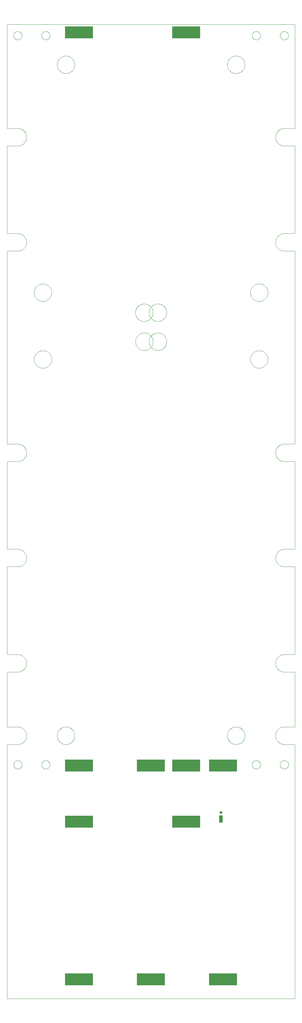
<source format=gtp>
G75*
%MOIN*%
%OFA0B0*%
%FSLAX25Y25*%
%IPPOS*%
%LPD*%
%AMOC8*
5,1,8,0,0,1.08239X$1,22.5*
%
%ADD10C,0.00004*%
%ADD11C,0.00394*%
%ADD12R,0.31496X0.13780*%
%ADD13R,0.04331X0.07874*%
%ADD14R,0.03150X0.03150*%
D10*
X0001063Y0001002D02*
X0323898Y0001002D01*
X0323898Y0286435D01*
X0312087Y0286435D01*
X0311847Y0286438D01*
X0311608Y0286447D01*
X0311369Y0286461D01*
X0311130Y0286482D01*
X0310891Y0286508D01*
X0310654Y0286540D01*
X0310417Y0286578D01*
X0310181Y0286621D01*
X0309947Y0286670D01*
X0309714Y0286725D01*
X0309482Y0286786D01*
X0309251Y0286852D01*
X0309023Y0286924D01*
X0308796Y0287002D01*
X0308571Y0287084D01*
X0308348Y0287173D01*
X0308127Y0287267D01*
X0307909Y0287366D01*
X0307693Y0287470D01*
X0307480Y0287580D01*
X0307270Y0287694D01*
X0307062Y0287814D01*
X0306857Y0287939D01*
X0306656Y0288069D01*
X0306458Y0288204D01*
X0306263Y0288343D01*
X0306071Y0288487D01*
X0305883Y0288636D01*
X0305699Y0288789D01*
X0305519Y0288947D01*
X0305342Y0289109D01*
X0305169Y0289276D01*
X0305001Y0289446D01*
X0304837Y0289621D01*
X0304677Y0289799D01*
X0304521Y0289982D01*
X0304370Y0290168D01*
X0304224Y0290358D01*
X0304082Y0290551D01*
X0303945Y0290747D01*
X0303812Y0290947D01*
X0303685Y0291150D01*
X0303563Y0291356D01*
X0303445Y0291566D01*
X0303333Y0291777D01*
X0303226Y0291992D01*
X0303124Y0292209D01*
X0303028Y0292428D01*
X0302937Y0292650D01*
X0302851Y0292874D01*
X0302771Y0293100D01*
X0302697Y0293328D01*
X0302628Y0293557D01*
X0302564Y0293788D01*
X0302506Y0294021D01*
X0302454Y0294255D01*
X0302408Y0294490D01*
X0302367Y0294726D01*
X0302332Y0294964D01*
X0302303Y0295201D01*
X0302280Y0295440D01*
X0302262Y0295679D01*
X0302251Y0295919D01*
X0302245Y0296158D01*
X0302245Y0296398D01*
X0302251Y0296637D01*
X0302262Y0296877D01*
X0302280Y0297116D01*
X0302303Y0297355D01*
X0302332Y0297592D01*
X0302367Y0297830D01*
X0302408Y0298066D01*
X0302454Y0298301D01*
X0302506Y0298535D01*
X0302564Y0298768D01*
X0302628Y0298999D01*
X0302697Y0299228D01*
X0302771Y0299456D01*
X0302851Y0299682D01*
X0302937Y0299906D01*
X0303028Y0300128D01*
X0303124Y0300347D01*
X0303226Y0300564D01*
X0303333Y0300779D01*
X0303445Y0300990D01*
X0303563Y0301200D01*
X0303685Y0301406D01*
X0303812Y0301609D01*
X0303945Y0301809D01*
X0304082Y0302005D01*
X0304224Y0302198D01*
X0304370Y0302388D01*
X0304521Y0302574D01*
X0304677Y0302757D01*
X0304837Y0302935D01*
X0305001Y0303110D01*
X0305169Y0303280D01*
X0305342Y0303447D01*
X0305519Y0303609D01*
X0305699Y0303767D01*
X0305883Y0303920D01*
X0306071Y0304069D01*
X0306263Y0304213D01*
X0306458Y0304352D01*
X0306656Y0304487D01*
X0306857Y0304617D01*
X0307062Y0304742D01*
X0307270Y0304862D01*
X0307480Y0304976D01*
X0307693Y0305086D01*
X0307909Y0305190D01*
X0308127Y0305289D01*
X0308348Y0305383D01*
X0308571Y0305472D01*
X0308796Y0305554D01*
X0309023Y0305632D01*
X0309251Y0305704D01*
X0309482Y0305770D01*
X0309714Y0305831D01*
X0309947Y0305886D01*
X0310181Y0305935D01*
X0310417Y0305978D01*
X0310654Y0306016D01*
X0310891Y0306048D01*
X0311130Y0306074D01*
X0311369Y0306095D01*
X0311608Y0306109D01*
X0311847Y0306118D01*
X0312087Y0306121D01*
X0312087Y0306120D02*
X0323898Y0306120D01*
X0323898Y0367734D01*
X0312087Y0367734D01*
X0311847Y0367737D01*
X0311608Y0367746D01*
X0311369Y0367760D01*
X0311130Y0367781D01*
X0310891Y0367807D01*
X0310654Y0367839D01*
X0310417Y0367877D01*
X0310181Y0367920D01*
X0309947Y0367969D01*
X0309714Y0368024D01*
X0309482Y0368085D01*
X0309251Y0368151D01*
X0309023Y0368223D01*
X0308796Y0368301D01*
X0308571Y0368383D01*
X0308348Y0368472D01*
X0308127Y0368566D01*
X0307909Y0368665D01*
X0307693Y0368769D01*
X0307480Y0368879D01*
X0307270Y0368993D01*
X0307062Y0369113D01*
X0306857Y0369238D01*
X0306656Y0369368D01*
X0306458Y0369503D01*
X0306263Y0369642D01*
X0306071Y0369786D01*
X0305883Y0369935D01*
X0305699Y0370088D01*
X0305519Y0370246D01*
X0305342Y0370408D01*
X0305169Y0370575D01*
X0305001Y0370745D01*
X0304837Y0370920D01*
X0304677Y0371098D01*
X0304521Y0371281D01*
X0304370Y0371467D01*
X0304224Y0371657D01*
X0304082Y0371850D01*
X0303945Y0372046D01*
X0303812Y0372246D01*
X0303685Y0372449D01*
X0303563Y0372655D01*
X0303445Y0372865D01*
X0303333Y0373076D01*
X0303226Y0373291D01*
X0303124Y0373508D01*
X0303028Y0373727D01*
X0302937Y0373949D01*
X0302851Y0374173D01*
X0302771Y0374399D01*
X0302697Y0374627D01*
X0302628Y0374856D01*
X0302564Y0375087D01*
X0302506Y0375320D01*
X0302454Y0375554D01*
X0302408Y0375789D01*
X0302367Y0376025D01*
X0302332Y0376263D01*
X0302303Y0376500D01*
X0302280Y0376739D01*
X0302262Y0376978D01*
X0302251Y0377218D01*
X0302245Y0377457D01*
X0302245Y0377697D01*
X0302251Y0377936D01*
X0302262Y0378176D01*
X0302280Y0378415D01*
X0302303Y0378654D01*
X0302332Y0378891D01*
X0302367Y0379129D01*
X0302408Y0379365D01*
X0302454Y0379600D01*
X0302506Y0379834D01*
X0302564Y0380067D01*
X0302628Y0380298D01*
X0302697Y0380527D01*
X0302771Y0380755D01*
X0302851Y0380981D01*
X0302937Y0381205D01*
X0303028Y0381427D01*
X0303124Y0381646D01*
X0303226Y0381863D01*
X0303333Y0382078D01*
X0303445Y0382289D01*
X0303563Y0382499D01*
X0303685Y0382705D01*
X0303812Y0382908D01*
X0303945Y0383108D01*
X0304082Y0383304D01*
X0304224Y0383497D01*
X0304370Y0383687D01*
X0304521Y0383873D01*
X0304677Y0384056D01*
X0304837Y0384234D01*
X0305001Y0384409D01*
X0305169Y0384579D01*
X0305342Y0384746D01*
X0305519Y0384908D01*
X0305699Y0385066D01*
X0305883Y0385219D01*
X0306071Y0385368D01*
X0306263Y0385512D01*
X0306458Y0385651D01*
X0306656Y0385786D01*
X0306857Y0385916D01*
X0307062Y0386041D01*
X0307270Y0386161D01*
X0307480Y0386275D01*
X0307693Y0386385D01*
X0307909Y0386489D01*
X0308127Y0386588D01*
X0308348Y0386682D01*
X0308571Y0386771D01*
X0308796Y0386853D01*
X0309023Y0386931D01*
X0309251Y0387003D01*
X0309482Y0387069D01*
X0309714Y0387130D01*
X0309947Y0387185D01*
X0310181Y0387234D01*
X0310417Y0387277D01*
X0310654Y0387315D01*
X0310891Y0387347D01*
X0311130Y0387373D01*
X0311369Y0387394D01*
X0311608Y0387408D01*
X0311847Y0387417D01*
X0312087Y0387420D01*
X0312087Y0387419D02*
X0323898Y0387419D01*
X0323898Y0485844D01*
X0312087Y0485844D01*
X0311847Y0485847D01*
X0311608Y0485856D01*
X0311369Y0485870D01*
X0311130Y0485891D01*
X0310891Y0485917D01*
X0310654Y0485949D01*
X0310417Y0485987D01*
X0310181Y0486030D01*
X0309947Y0486079D01*
X0309714Y0486134D01*
X0309482Y0486195D01*
X0309251Y0486261D01*
X0309023Y0486333D01*
X0308796Y0486411D01*
X0308571Y0486493D01*
X0308348Y0486582D01*
X0308127Y0486676D01*
X0307909Y0486775D01*
X0307693Y0486879D01*
X0307480Y0486989D01*
X0307270Y0487103D01*
X0307062Y0487223D01*
X0306857Y0487348D01*
X0306656Y0487478D01*
X0306458Y0487613D01*
X0306263Y0487752D01*
X0306071Y0487896D01*
X0305883Y0488045D01*
X0305699Y0488198D01*
X0305519Y0488356D01*
X0305342Y0488518D01*
X0305169Y0488685D01*
X0305001Y0488855D01*
X0304837Y0489030D01*
X0304677Y0489208D01*
X0304521Y0489391D01*
X0304370Y0489577D01*
X0304224Y0489767D01*
X0304082Y0489960D01*
X0303945Y0490156D01*
X0303812Y0490356D01*
X0303685Y0490559D01*
X0303563Y0490765D01*
X0303445Y0490975D01*
X0303333Y0491186D01*
X0303226Y0491401D01*
X0303124Y0491618D01*
X0303028Y0491837D01*
X0302937Y0492059D01*
X0302851Y0492283D01*
X0302771Y0492509D01*
X0302697Y0492737D01*
X0302628Y0492966D01*
X0302564Y0493197D01*
X0302506Y0493430D01*
X0302454Y0493664D01*
X0302408Y0493899D01*
X0302367Y0494135D01*
X0302332Y0494373D01*
X0302303Y0494610D01*
X0302280Y0494849D01*
X0302262Y0495088D01*
X0302251Y0495328D01*
X0302245Y0495567D01*
X0302245Y0495807D01*
X0302251Y0496046D01*
X0302262Y0496286D01*
X0302280Y0496525D01*
X0302303Y0496764D01*
X0302332Y0497001D01*
X0302367Y0497239D01*
X0302408Y0497475D01*
X0302454Y0497710D01*
X0302506Y0497944D01*
X0302564Y0498177D01*
X0302628Y0498408D01*
X0302697Y0498637D01*
X0302771Y0498865D01*
X0302851Y0499091D01*
X0302937Y0499315D01*
X0303028Y0499537D01*
X0303124Y0499756D01*
X0303226Y0499973D01*
X0303333Y0500188D01*
X0303445Y0500399D01*
X0303563Y0500609D01*
X0303685Y0500815D01*
X0303812Y0501018D01*
X0303945Y0501218D01*
X0304082Y0501414D01*
X0304224Y0501607D01*
X0304370Y0501797D01*
X0304521Y0501983D01*
X0304677Y0502166D01*
X0304837Y0502344D01*
X0305001Y0502519D01*
X0305169Y0502689D01*
X0305342Y0502856D01*
X0305519Y0503018D01*
X0305699Y0503176D01*
X0305883Y0503329D01*
X0306071Y0503478D01*
X0306263Y0503622D01*
X0306458Y0503761D01*
X0306656Y0503896D01*
X0306857Y0504026D01*
X0307062Y0504151D01*
X0307270Y0504271D01*
X0307480Y0504385D01*
X0307693Y0504495D01*
X0307909Y0504599D01*
X0308127Y0504698D01*
X0308348Y0504792D01*
X0308571Y0504881D01*
X0308796Y0504963D01*
X0309023Y0505041D01*
X0309251Y0505113D01*
X0309482Y0505179D01*
X0309714Y0505240D01*
X0309947Y0505295D01*
X0310181Y0505344D01*
X0310417Y0505387D01*
X0310654Y0505425D01*
X0310891Y0505457D01*
X0311130Y0505483D01*
X0311369Y0505504D01*
X0311608Y0505518D01*
X0311847Y0505527D01*
X0312087Y0505530D01*
X0323898Y0505530D01*
X0323898Y0603955D01*
X0312087Y0603955D01*
X0312087Y0603954D02*
X0311847Y0603957D01*
X0311608Y0603966D01*
X0311369Y0603980D01*
X0311130Y0604001D01*
X0310891Y0604027D01*
X0310654Y0604059D01*
X0310417Y0604097D01*
X0310181Y0604140D01*
X0309947Y0604189D01*
X0309714Y0604244D01*
X0309482Y0604305D01*
X0309251Y0604371D01*
X0309023Y0604443D01*
X0308796Y0604521D01*
X0308571Y0604603D01*
X0308348Y0604692D01*
X0308127Y0604786D01*
X0307909Y0604885D01*
X0307693Y0604989D01*
X0307480Y0605099D01*
X0307270Y0605213D01*
X0307062Y0605333D01*
X0306857Y0605458D01*
X0306656Y0605588D01*
X0306458Y0605723D01*
X0306263Y0605862D01*
X0306071Y0606006D01*
X0305883Y0606155D01*
X0305699Y0606308D01*
X0305519Y0606466D01*
X0305342Y0606628D01*
X0305169Y0606795D01*
X0305001Y0606965D01*
X0304837Y0607140D01*
X0304677Y0607318D01*
X0304521Y0607501D01*
X0304370Y0607687D01*
X0304224Y0607877D01*
X0304082Y0608070D01*
X0303945Y0608266D01*
X0303812Y0608466D01*
X0303685Y0608669D01*
X0303563Y0608876D01*
X0303445Y0609085D01*
X0303333Y0609296D01*
X0303226Y0609511D01*
X0303124Y0609728D01*
X0303028Y0609947D01*
X0302937Y0610169D01*
X0302851Y0610393D01*
X0302771Y0610619D01*
X0302697Y0610847D01*
X0302628Y0611076D01*
X0302564Y0611307D01*
X0302506Y0611540D01*
X0302454Y0611774D01*
X0302408Y0612009D01*
X0302367Y0612245D01*
X0302332Y0612483D01*
X0302303Y0612720D01*
X0302280Y0612959D01*
X0302262Y0613198D01*
X0302251Y0613438D01*
X0302245Y0613677D01*
X0302245Y0613917D01*
X0302251Y0614156D01*
X0302262Y0614396D01*
X0302280Y0614635D01*
X0302303Y0614874D01*
X0302332Y0615111D01*
X0302367Y0615349D01*
X0302408Y0615585D01*
X0302454Y0615820D01*
X0302506Y0616054D01*
X0302564Y0616287D01*
X0302628Y0616518D01*
X0302697Y0616747D01*
X0302771Y0616975D01*
X0302851Y0617201D01*
X0302937Y0617425D01*
X0303028Y0617647D01*
X0303124Y0617866D01*
X0303226Y0618083D01*
X0303333Y0618298D01*
X0303445Y0618509D01*
X0303563Y0618719D01*
X0303685Y0618925D01*
X0303812Y0619128D01*
X0303945Y0619328D01*
X0304082Y0619524D01*
X0304224Y0619717D01*
X0304370Y0619907D01*
X0304521Y0620093D01*
X0304677Y0620276D01*
X0304837Y0620454D01*
X0305001Y0620629D01*
X0305169Y0620799D01*
X0305342Y0620966D01*
X0305519Y0621128D01*
X0305699Y0621286D01*
X0305883Y0621439D01*
X0306071Y0621588D01*
X0306263Y0621732D01*
X0306458Y0621871D01*
X0306656Y0622006D01*
X0306857Y0622136D01*
X0307062Y0622261D01*
X0307270Y0622381D01*
X0307480Y0622495D01*
X0307693Y0622605D01*
X0307909Y0622709D01*
X0308127Y0622808D01*
X0308348Y0622902D01*
X0308571Y0622991D01*
X0308796Y0623073D01*
X0309023Y0623151D01*
X0309251Y0623223D01*
X0309482Y0623289D01*
X0309714Y0623350D01*
X0309947Y0623405D01*
X0310181Y0623454D01*
X0310417Y0623497D01*
X0310654Y0623535D01*
X0310891Y0623567D01*
X0311130Y0623593D01*
X0311369Y0623614D01*
X0311608Y0623628D01*
X0311847Y0623637D01*
X0312087Y0623640D01*
X0323898Y0623640D01*
X0323898Y0840175D01*
X0312087Y0840175D01*
X0311847Y0840178D01*
X0311608Y0840187D01*
X0311369Y0840201D01*
X0311130Y0840222D01*
X0310891Y0840248D01*
X0310654Y0840280D01*
X0310417Y0840318D01*
X0310181Y0840361D01*
X0309947Y0840410D01*
X0309714Y0840465D01*
X0309482Y0840526D01*
X0309251Y0840592D01*
X0309023Y0840664D01*
X0308796Y0840742D01*
X0308571Y0840824D01*
X0308348Y0840913D01*
X0308127Y0841007D01*
X0307909Y0841106D01*
X0307693Y0841210D01*
X0307480Y0841320D01*
X0307270Y0841434D01*
X0307062Y0841554D01*
X0306857Y0841679D01*
X0306656Y0841809D01*
X0306458Y0841944D01*
X0306263Y0842083D01*
X0306071Y0842227D01*
X0305883Y0842376D01*
X0305699Y0842529D01*
X0305519Y0842687D01*
X0305342Y0842849D01*
X0305169Y0843016D01*
X0305001Y0843186D01*
X0304837Y0843361D01*
X0304677Y0843539D01*
X0304521Y0843722D01*
X0304370Y0843908D01*
X0304224Y0844098D01*
X0304082Y0844291D01*
X0303945Y0844487D01*
X0303812Y0844687D01*
X0303685Y0844890D01*
X0303563Y0845097D01*
X0303445Y0845306D01*
X0303333Y0845517D01*
X0303226Y0845732D01*
X0303124Y0845949D01*
X0303028Y0846168D01*
X0302937Y0846390D01*
X0302851Y0846614D01*
X0302771Y0846840D01*
X0302697Y0847068D01*
X0302628Y0847297D01*
X0302564Y0847528D01*
X0302506Y0847761D01*
X0302454Y0847995D01*
X0302408Y0848230D01*
X0302367Y0848466D01*
X0302332Y0848704D01*
X0302303Y0848941D01*
X0302280Y0849180D01*
X0302262Y0849419D01*
X0302251Y0849659D01*
X0302245Y0849898D01*
X0302245Y0850138D01*
X0302251Y0850377D01*
X0302262Y0850617D01*
X0302280Y0850856D01*
X0302303Y0851095D01*
X0302332Y0851332D01*
X0302367Y0851570D01*
X0302408Y0851806D01*
X0302454Y0852041D01*
X0302506Y0852275D01*
X0302564Y0852508D01*
X0302628Y0852739D01*
X0302697Y0852968D01*
X0302771Y0853196D01*
X0302851Y0853422D01*
X0302937Y0853646D01*
X0303028Y0853868D01*
X0303124Y0854087D01*
X0303226Y0854304D01*
X0303333Y0854519D01*
X0303445Y0854730D01*
X0303563Y0854940D01*
X0303685Y0855146D01*
X0303812Y0855349D01*
X0303945Y0855549D01*
X0304082Y0855745D01*
X0304224Y0855938D01*
X0304370Y0856128D01*
X0304521Y0856314D01*
X0304677Y0856497D01*
X0304837Y0856675D01*
X0305001Y0856850D01*
X0305169Y0857020D01*
X0305342Y0857187D01*
X0305519Y0857349D01*
X0305699Y0857507D01*
X0305883Y0857660D01*
X0306071Y0857809D01*
X0306263Y0857953D01*
X0306458Y0858092D01*
X0306656Y0858227D01*
X0306857Y0858357D01*
X0307062Y0858482D01*
X0307270Y0858602D01*
X0307480Y0858716D01*
X0307693Y0858826D01*
X0307909Y0858930D01*
X0308127Y0859029D01*
X0308348Y0859123D01*
X0308571Y0859212D01*
X0308796Y0859294D01*
X0309023Y0859372D01*
X0309251Y0859444D01*
X0309482Y0859510D01*
X0309714Y0859571D01*
X0309947Y0859626D01*
X0310181Y0859675D01*
X0310417Y0859718D01*
X0310654Y0859756D01*
X0310891Y0859788D01*
X0311130Y0859814D01*
X0311369Y0859835D01*
X0311608Y0859849D01*
X0311847Y0859858D01*
X0312087Y0859861D01*
X0312087Y0859860D02*
X0323898Y0859860D01*
X0323898Y0958285D01*
X0312087Y0958285D01*
X0311847Y0958288D01*
X0311608Y0958297D01*
X0311369Y0958311D01*
X0311130Y0958332D01*
X0310891Y0958358D01*
X0310654Y0958390D01*
X0310417Y0958428D01*
X0310181Y0958471D01*
X0309947Y0958520D01*
X0309714Y0958575D01*
X0309482Y0958636D01*
X0309251Y0958702D01*
X0309023Y0958774D01*
X0308796Y0958852D01*
X0308571Y0958934D01*
X0308348Y0959023D01*
X0308127Y0959117D01*
X0307909Y0959216D01*
X0307693Y0959320D01*
X0307480Y0959430D01*
X0307270Y0959544D01*
X0307062Y0959664D01*
X0306857Y0959789D01*
X0306656Y0959919D01*
X0306458Y0960054D01*
X0306263Y0960193D01*
X0306071Y0960337D01*
X0305883Y0960486D01*
X0305699Y0960639D01*
X0305519Y0960797D01*
X0305342Y0960959D01*
X0305169Y0961126D01*
X0305001Y0961296D01*
X0304837Y0961471D01*
X0304677Y0961649D01*
X0304521Y0961832D01*
X0304370Y0962018D01*
X0304224Y0962208D01*
X0304082Y0962401D01*
X0303945Y0962597D01*
X0303812Y0962797D01*
X0303685Y0963000D01*
X0303563Y0963207D01*
X0303445Y0963416D01*
X0303333Y0963627D01*
X0303226Y0963842D01*
X0303124Y0964059D01*
X0303028Y0964278D01*
X0302937Y0964500D01*
X0302851Y0964724D01*
X0302771Y0964950D01*
X0302697Y0965178D01*
X0302628Y0965407D01*
X0302564Y0965638D01*
X0302506Y0965871D01*
X0302454Y0966105D01*
X0302408Y0966340D01*
X0302367Y0966576D01*
X0302332Y0966814D01*
X0302303Y0967051D01*
X0302280Y0967290D01*
X0302262Y0967529D01*
X0302251Y0967769D01*
X0302245Y0968008D01*
X0302245Y0968248D01*
X0302251Y0968487D01*
X0302262Y0968727D01*
X0302280Y0968966D01*
X0302303Y0969205D01*
X0302332Y0969442D01*
X0302367Y0969680D01*
X0302408Y0969916D01*
X0302454Y0970151D01*
X0302506Y0970385D01*
X0302564Y0970618D01*
X0302628Y0970849D01*
X0302697Y0971078D01*
X0302771Y0971306D01*
X0302851Y0971532D01*
X0302937Y0971756D01*
X0303028Y0971978D01*
X0303124Y0972197D01*
X0303226Y0972414D01*
X0303333Y0972629D01*
X0303445Y0972840D01*
X0303563Y0973050D01*
X0303685Y0973256D01*
X0303812Y0973459D01*
X0303945Y0973659D01*
X0304082Y0973855D01*
X0304224Y0974048D01*
X0304370Y0974238D01*
X0304521Y0974424D01*
X0304677Y0974607D01*
X0304837Y0974785D01*
X0305001Y0974960D01*
X0305169Y0975130D01*
X0305342Y0975297D01*
X0305519Y0975459D01*
X0305699Y0975617D01*
X0305883Y0975770D01*
X0306071Y0975919D01*
X0306263Y0976063D01*
X0306458Y0976202D01*
X0306656Y0976337D01*
X0306857Y0976467D01*
X0307062Y0976592D01*
X0307270Y0976712D01*
X0307480Y0976826D01*
X0307693Y0976936D01*
X0307909Y0977040D01*
X0308127Y0977139D01*
X0308348Y0977233D01*
X0308571Y0977322D01*
X0308796Y0977404D01*
X0309023Y0977482D01*
X0309251Y0977554D01*
X0309482Y0977620D01*
X0309714Y0977681D01*
X0309947Y0977736D01*
X0310181Y0977785D01*
X0310417Y0977828D01*
X0310654Y0977866D01*
X0310891Y0977898D01*
X0311130Y0977924D01*
X0311369Y0977945D01*
X0311608Y0977959D01*
X0311847Y0977968D01*
X0312087Y0977971D01*
X0312087Y0977970D02*
X0323898Y0977970D01*
X0323898Y1094703D01*
X0001063Y1094703D01*
X0001063Y0977970D01*
X0012874Y0977970D01*
X0012874Y0977971D02*
X0013114Y0977968D01*
X0013353Y0977959D01*
X0013592Y0977945D01*
X0013831Y0977924D01*
X0014070Y0977898D01*
X0014307Y0977866D01*
X0014544Y0977828D01*
X0014780Y0977785D01*
X0015014Y0977736D01*
X0015247Y0977681D01*
X0015479Y0977620D01*
X0015710Y0977554D01*
X0015938Y0977482D01*
X0016165Y0977404D01*
X0016390Y0977322D01*
X0016613Y0977233D01*
X0016834Y0977139D01*
X0017052Y0977040D01*
X0017268Y0976936D01*
X0017481Y0976826D01*
X0017691Y0976712D01*
X0017899Y0976592D01*
X0018104Y0976467D01*
X0018305Y0976337D01*
X0018503Y0976202D01*
X0018698Y0976063D01*
X0018890Y0975919D01*
X0019078Y0975770D01*
X0019262Y0975617D01*
X0019442Y0975459D01*
X0019619Y0975297D01*
X0019792Y0975130D01*
X0019960Y0974960D01*
X0020124Y0974785D01*
X0020284Y0974607D01*
X0020440Y0974424D01*
X0020591Y0974238D01*
X0020737Y0974048D01*
X0020879Y0973855D01*
X0021016Y0973659D01*
X0021149Y0973459D01*
X0021276Y0973256D01*
X0021398Y0973050D01*
X0021516Y0972840D01*
X0021628Y0972629D01*
X0021735Y0972414D01*
X0021837Y0972197D01*
X0021933Y0971978D01*
X0022024Y0971756D01*
X0022110Y0971532D01*
X0022190Y0971306D01*
X0022264Y0971078D01*
X0022333Y0970849D01*
X0022397Y0970618D01*
X0022455Y0970385D01*
X0022507Y0970151D01*
X0022553Y0969916D01*
X0022594Y0969680D01*
X0022629Y0969442D01*
X0022658Y0969205D01*
X0022681Y0968966D01*
X0022699Y0968727D01*
X0022710Y0968487D01*
X0022716Y0968248D01*
X0022716Y0968008D01*
X0022710Y0967769D01*
X0022699Y0967529D01*
X0022681Y0967290D01*
X0022658Y0967051D01*
X0022629Y0966814D01*
X0022594Y0966576D01*
X0022553Y0966340D01*
X0022507Y0966105D01*
X0022455Y0965871D01*
X0022397Y0965638D01*
X0022333Y0965407D01*
X0022264Y0965178D01*
X0022190Y0964950D01*
X0022110Y0964724D01*
X0022024Y0964500D01*
X0021933Y0964278D01*
X0021837Y0964059D01*
X0021735Y0963842D01*
X0021628Y0963627D01*
X0021516Y0963416D01*
X0021398Y0963207D01*
X0021276Y0963000D01*
X0021149Y0962797D01*
X0021016Y0962597D01*
X0020879Y0962401D01*
X0020737Y0962208D01*
X0020591Y0962018D01*
X0020440Y0961832D01*
X0020284Y0961649D01*
X0020124Y0961471D01*
X0019960Y0961296D01*
X0019792Y0961126D01*
X0019619Y0960959D01*
X0019442Y0960797D01*
X0019262Y0960639D01*
X0019078Y0960486D01*
X0018890Y0960337D01*
X0018698Y0960193D01*
X0018503Y0960054D01*
X0018305Y0959919D01*
X0018104Y0959789D01*
X0017899Y0959664D01*
X0017691Y0959544D01*
X0017481Y0959430D01*
X0017268Y0959320D01*
X0017052Y0959216D01*
X0016834Y0959117D01*
X0016613Y0959023D01*
X0016390Y0958934D01*
X0016165Y0958852D01*
X0015938Y0958774D01*
X0015710Y0958702D01*
X0015479Y0958636D01*
X0015247Y0958575D01*
X0015014Y0958520D01*
X0014780Y0958471D01*
X0014544Y0958428D01*
X0014307Y0958390D01*
X0014070Y0958358D01*
X0013831Y0958332D01*
X0013592Y0958311D01*
X0013353Y0958297D01*
X0013114Y0958288D01*
X0012874Y0958285D01*
X0001063Y0958285D01*
X0001063Y0859860D01*
X0012874Y0859860D01*
X0012874Y0859861D02*
X0013114Y0859858D01*
X0013353Y0859849D01*
X0013592Y0859835D01*
X0013831Y0859814D01*
X0014070Y0859788D01*
X0014307Y0859756D01*
X0014544Y0859718D01*
X0014780Y0859675D01*
X0015014Y0859626D01*
X0015247Y0859571D01*
X0015479Y0859510D01*
X0015710Y0859444D01*
X0015938Y0859372D01*
X0016165Y0859294D01*
X0016390Y0859212D01*
X0016613Y0859123D01*
X0016834Y0859029D01*
X0017052Y0858930D01*
X0017268Y0858826D01*
X0017481Y0858716D01*
X0017691Y0858602D01*
X0017899Y0858482D01*
X0018104Y0858357D01*
X0018305Y0858227D01*
X0018503Y0858092D01*
X0018698Y0857953D01*
X0018890Y0857809D01*
X0019078Y0857660D01*
X0019262Y0857507D01*
X0019442Y0857349D01*
X0019619Y0857187D01*
X0019792Y0857020D01*
X0019960Y0856850D01*
X0020124Y0856675D01*
X0020284Y0856497D01*
X0020440Y0856314D01*
X0020591Y0856128D01*
X0020737Y0855938D01*
X0020879Y0855745D01*
X0021016Y0855549D01*
X0021149Y0855349D01*
X0021276Y0855146D01*
X0021398Y0854940D01*
X0021516Y0854730D01*
X0021628Y0854519D01*
X0021735Y0854304D01*
X0021837Y0854087D01*
X0021933Y0853868D01*
X0022024Y0853646D01*
X0022110Y0853422D01*
X0022190Y0853196D01*
X0022264Y0852968D01*
X0022333Y0852739D01*
X0022397Y0852508D01*
X0022455Y0852275D01*
X0022507Y0852041D01*
X0022553Y0851806D01*
X0022594Y0851570D01*
X0022629Y0851332D01*
X0022658Y0851095D01*
X0022681Y0850856D01*
X0022699Y0850617D01*
X0022710Y0850377D01*
X0022716Y0850138D01*
X0022716Y0849898D01*
X0022710Y0849659D01*
X0022699Y0849419D01*
X0022681Y0849180D01*
X0022658Y0848941D01*
X0022629Y0848704D01*
X0022594Y0848466D01*
X0022553Y0848230D01*
X0022507Y0847995D01*
X0022455Y0847761D01*
X0022397Y0847528D01*
X0022333Y0847297D01*
X0022264Y0847068D01*
X0022190Y0846840D01*
X0022110Y0846614D01*
X0022024Y0846390D01*
X0021933Y0846168D01*
X0021837Y0845949D01*
X0021735Y0845732D01*
X0021628Y0845517D01*
X0021516Y0845306D01*
X0021398Y0845097D01*
X0021276Y0844890D01*
X0021149Y0844687D01*
X0021016Y0844487D01*
X0020879Y0844291D01*
X0020737Y0844098D01*
X0020591Y0843908D01*
X0020440Y0843722D01*
X0020284Y0843539D01*
X0020124Y0843361D01*
X0019960Y0843186D01*
X0019792Y0843016D01*
X0019619Y0842849D01*
X0019442Y0842687D01*
X0019262Y0842529D01*
X0019078Y0842376D01*
X0018890Y0842227D01*
X0018698Y0842083D01*
X0018503Y0841944D01*
X0018305Y0841809D01*
X0018104Y0841679D01*
X0017899Y0841554D01*
X0017691Y0841434D01*
X0017481Y0841320D01*
X0017268Y0841210D01*
X0017052Y0841106D01*
X0016834Y0841007D01*
X0016613Y0840913D01*
X0016390Y0840824D01*
X0016165Y0840742D01*
X0015938Y0840664D01*
X0015710Y0840592D01*
X0015479Y0840526D01*
X0015247Y0840465D01*
X0015014Y0840410D01*
X0014780Y0840361D01*
X0014544Y0840318D01*
X0014307Y0840280D01*
X0014070Y0840248D01*
X0013831Y0840222D01*
X0013592Y0840201D01*
X0013353Y0840187D01*
X0013114Y0840178D01*
X0012874Y0840175D01*
X0001063Y0840175D01*
X0001063Y0623640D01*
X0012874Y0623640D01*
X0013114Y0623637D01*
X0013353Y0623628D01*
X0013592Y0623614D01*
X0013831Y0623593D01*
X0014070Y0623567D01*
X0014307Y0623535D01*
X0014544Y0623497D01*
X0014780Y0623454D01*
X0015014Y0623405D01*
X0015247Y0623350D01*
X0015479Y0623289D01*
X0015710Y0623223D01*
X0015938Y0623151D01*
X0016165Y0623073D01*
X0016390Y0622991D01*
X0016613Y0622902D01*
X0016834Y0622808D01*
X0017052Y0622709D01*
X0017268Y0622605D01*
X0017481Y0622495D01*
X0017691Y0622381D01*
X0017899Y0622261D01*
X0018104Y0622136D01*
X0018305Y0622006D01*
X0018503Y0621871D01*
X0018698Y0621732D01*
X0018890Y0621588D01*
X0019078Y0621439D01*
X0019262Y0621286D01*
X0019442Y0621128D01*
X0019619Y0620966D01*
X0019792Y0620799D01*
X0019960Y0620629D01*
X0020124Y0620454D01*
X0020284Y0620276D01*
X0020440Y0620093D01*
X0020591Y0619907D01*
X0020737Y0619717D01*
X0020879Y0619524D01*
X0021016Y0619328D01*
X0021149Y0619128D01*
X0021276Y0618925D01*
X0021398Y0618719D01*
X0021516Y0618509D01*
X0021628Y0618298D01*
X0021735Y0618083D01*
X0021837Y0617866D01*
X0021933Y0617647D01*
X0022024Y0617425D01*
X0022110Y0617201D01*
X0022190Y0616975D01*
X0022264Y0616747D01*
X0022333Y0616518D01*
X0022397Y0616287D01*
X0022455Y0616054D01*
X0022507Y0615820D01*
X0022553Y0615585D01*
X0022594Y0615349D01*
X0022629Y0615111D01*
X0022658Y0614874D01*
X0022681Y0614635D01*
X0022699Y0614396D01*
X0022710Y0614156D01*
X0022716Y0613917D01*
X0022716Y0613677D01*
X0022710Y0613438D01*
X0022699Y0613198D01*
X0022681Y0612959D01*
X0022658Y0612720D01*
X0022629Y0612483D01*
X0022594Y0612245D01*
X0022553Y0612009D01*
X0022507Y0611774D01*
X0022455Y0611540D01*
X0022397Y0611307D01*
X0022333Y0611076D01*
X0022264Y0610847D01*
X0022190Y0610619D01*
X0022110Y0610393D01*
X0022024Y0610169D01*
X0021933Y0609947D01*
X0021837Y0609728D01*
X0021735Y0609511D01*
X0021628Y0609296D01*
X0021516Y0609085D01*
X0021398Y0608876D01*
X0021276Y0608669D01*
X0021149Y0608466D01*
X0021016Y0608266D01*
X0020879Y0608070D01*
X0020737Y0607877D01*
X0020591Y0607687D01*
X0020440Y0607501D01*
X0020284Y0607318D01*
X0020124Y0607140D01*
X0019960Y0606965D01*
X0019792Y0606795D01*
X0019619Y0606628D01*
X0019442Y0606466D01*
X0019262Y0606308D01*
X0019078Y0606155D01*
X0018890Y0606006D01*
X0018698Y0605862D01*
X0018503Y0605723D01*
X0018305Y0605588D01*
X0018104Y0605458D01*
X0017899Y0605333D01*
X0017691Y0605213D01*
X0017481Y0605099D01*
X0017268Y0604989D01*
X0017052Y0604885D01*
X0016834Y0604786D01*
X0016613Y0604692D01*
X0016390Y0604603D01*
X0016165Y0604521D01*
X0015938Y0604443D01*
X0015710Y0604371D01*
X0015479Y0604305D01*
X0015247Y0604244D01*
X0015014Y0604189D01*
X0014780Y0604140D01*
X0014544Y0604097D01*
X0014307Y0604059D01*
X0014070Y0604027D01*
X0013831Y0604001D01*
X0013592Y0603980D01*
X0013353Y0603966D01*
X0013114Y0603957D01*
X0012874Y0603954D01*
X0012874Y0603955D02*
X0001063Y0603955D01*
X0001063Y0505530D01*
X0012874Y0505530D01*
X0013114Y0505527D01*
X0013353Y0505518D01*
X0013592Y0505504D01*
X0013831Y0505483D01*
X0014070Y0505457D01*
X0014307Y0505425D01*
X0014544Y0505387D01*
X0014780Y0505344D01*
X0015014Y0505295D01*
X0015247Y0505240D01*
X0015479Y0505179D01*
X0015710Y0505113D01*
X0015938Y0505041D01*
X0016165Y0504963D01*
X0016390Y0504881D01*
X0016613Y0504792D01*
X0016834Y0504698D01*
X0017052Y0504599D01*
X0017268Y0504495D01*
X0017481Y0504385D01*
X0017691Y0504271D01*
X0017899Y0504151D01*
X0018104Y0504026D01*
X0018305Y0503896D01*
X0018503Y0503761D01*
X0018698Y0503622D01*
X0018890Y0503478D01*
X0019078Y0503329D01*
X0019262Y0503176D01*
X0019442Y0503018D01*
X0019619Y0502856D01*
X0019792Y0502689D01*
X0019960Y0502519D01*
X0020124Y0502344D01*
X0020284Y0502166D01*
X0020440Y0501983D01*
X0020591Y0501797D01*
X0020737Y0501607D01*
X0020879Y0501414D01*
X0021016Y0501218D01*
X0021149Y0501018D01*
X0021276Y0500815D01*
X0021398Y0500609D01*
X0021516Y0500399D01*
X0021628Y0500188D01*
X0021735Y0499973D01*
X0021837Y0499756D01*
X0021933Y0499537D01*
X0022024Y0499315D01*
X0022110Y0499091D01*
X0022190Y0498865D01*
X0022264Y0498637D01*
X0022333Y0498408D01*
X0022397Y0498177D01*
X0022455Y0497944D01*
X0022507Y0497710D01*
X0022553Y0497475D01*
X0022594Y0497239D01*
X0022629Y0497001D01*
X0022658Y0496764D01*
X0022681Y0496525D01*
X0022699Y0496286D01*
X0022710Y0496046D01*
X0022716Y0495807D01*
X0022716Y0495567D01*
X0022710Y0495328D01*
X0022699Y0495088D01*
X0022681Y0494849D01*
X0022658Y0494610D01*
X0022629Y0494373D01*
X0022594Y0494135D01*
X0022553Y0493899D01*
X0022507Y0493664D01*
X0022455Y0493430D01*
X0022397Y0493197D01*
X0022333Y0492966D01*
X0022264Y0492737D01*
X0022190Y0492509D01*
X0022110Y0492283D01*
X0022024Y0492059D01*
X0021933Y0491837D01*
X0021837Y0491618D01*
X0021735Y0491401D01*
X0021628Y0491186D01*
X0021516Y0490975D01*
X0021398Y0490766D01*
X0021276Y0490559D01*
X0021149Y0490356D01*
X0021016Y0490156D01*
X0020879Y0489960D01*
X0020737Y0489767D01*
X0020591Y0489577D01*
X0020440Y0489391D01*
X0020284Y0489208D01*
X0020124Y0489030D01*
X0019960Y0488855D01*
X0019792Y0488685D01*
X0019619Y0488518D01*
X0019442Y0488356D01*
X0019262Y0488198D01*
X0019078Y0488045D01*
X0018890Y0487896D01*
X0018698Y0487752D01*
X0018503Y0487613D01*
X0018305Y0487478D01*
X0018104Y0487348D01*
X0017899Y0487223D01*
X0017691Y0487103D01*
X0017481Y0486989D01*
X0017268Y0486879D01*
X0017052Y0486775D01*
X0016834Y0486676D01*
X0016613Y0486582D01*
X0016390Y0486493D01*
X0016165Y0486411D01*
X0015938Y0486333D01*
X0015710Y0486261D01*
X0015479Y0486195D01*
X0015247Y0486134D01*
X0015014Y0486079D01*
X0014780Y0486030D01*
X0014544Y0485987D01*
X0014307Y0485949D01*
X0014070Y0485917D01*
X0013831Y0485891D01*
X0013592Y0485870D01*
X0013353Y0485856D01*
X0013114Y0485847D01*
X0012874Y0485844D01*
X0001063Y0485844D01*
X0001063Y0387419D01*
X0012874Y0387419D01*
X0012874Y0387420D02*
X0013114Y0387417D01*
X0013353Y0387408D01*
X0013592Y0387394D01*
X0013831Y0387373D01*
X0014070Y0387347D01*
X0014307Y0387315D01*
X0014544Y0387277D01*
X0014780Y0387234D01*
X0015014Y0387185D01*
X0015247Y0387130D01*
X0015479Y0387069D01*
X0015710Y0387003D01*
X0015938Y0386931D01*
X0016165Y0386853D01*
X0016390Y0386771D01*
X0016613Y0386682D01*
X0016834Y0386588D01*
X0017052Y0386489D01*
X0017268Y0386385D01*
X0017481Y0386275D01*
X0017691Y0386161D01*
X0017899Y0386041D01*
X0018104Y0385916D01*
X0018305Y0385786D01*
X0018503Y0385651D01*
X0018698Y0385512D01*
X0018890Y0385368D01*
X0019078Y0385219D01*
X0019262Y0385066D01*
X0019442Y0384908D01*
X0019619Y0384746D01*
X0019792Y0384579D01*
X0019960Y0384409D01*
X0020124Y0384234D01*
X0020284Y0384056D01*
X0020440Y0383873D01*
X0020591Y0383687D01*
X0020737Y0383497D01*
X0020879Y0383304D01*
X0021016Y0383108D01*
X0021149Y0382908D01*
X0021276Y0382705D01*
X0021398Y0382499D01*
X0021516Y0382289D01*
X0021628Y0382078D01*
X0021735Y0381863D01*
X0021837Y0381646D01*
X0021933Y0381427D01*
X0022024Y0381205D01*
X0022110Y0380981D01*
X0022190Y0380755D01*
X0022264Y0380527D01*
X0022333Y0380298D01*
X0022397Y0380067D01*
X0022455Y0379834D01*
X0022507Y0379600D01*
X0022553Y0379365D01*
X0022594Y0379129D01*
X0022629Y0378891D01*
X0022658Y0378654D01*
X0022681Y0378415D01*
X0022699Y0378176D01*
X0022710Y0377936D01*
X0022716Y0377697D01*
X0022716Y0377457D01*
X0022710Y0377218D01*
X0022699Y0376978D01*
X0022681Y0376739D01*
X0022658Y0376500D01*
X0022629Y0376263D01*
X0022594Y0376025D01*
X0022553Y0375789D01*
X0022507Y0375554D01*
X0022455Y0375320D01*
X0022397Y0375087D01*
X0022333Y0374856D01*
X0022264Y0374627D01*
X0022190Y0374399D01*
X0022110Y0374173D01*
X0022024Y0373949D01*
X0021933Y0373727D01*
X0021837Y0373508D01*
X0021735Y0373291D01*
X0021628Y0373076D01*
X0021516Y0372865D01*
X0021398Y0372656D01*
X0021276Y0372449D01*
X0021149Y0372246D01*
X0021016Y0372046D01*
X0020879Y0371850D01*
X0020737Y0371657D01*
X0020591Y0371467D01*
X0020440Y0371281D01*
X0020284Y0371098D01*
X0020124Y0370920D01*
X0019960Y0370745D01*
X0019792Y0370575D01*
X0019619Y0370408D01*
X0019442Y0370246D01*
X0019262Y0370088D01*
X0019078Y0369935D01*
X0018890Y0369786D01*
X0018698Y0369642D01*
X0018503Y0369503D01*
X0018305Y0369368D01*
X0018104Y0369238D01*
X0017899Y0369113D01*
X0017691Y0368993D01*
X0017481Y0368879D01*
X0017268Y0368769D01*
X0017052Y0368665D01*
X0016834Y0368566D01*
X0016613Y0368472D01*
X0016390Y0368383D01*
X0016165Y0368301D01*
X0015938Y0368223D01*
X0015710Y0368151D01*
X0015479Y0368085D01*
X0015247Y0368024D01*
X0015014Y0367969D01*
X0014780Y0367920D01*
X0014544Y0367877D01*
X0014307Y0367839D01*
X0014070Y0367807D01*
X0013831Y0367781D01*
X0013592Y0367760D01*
X0013353Y0367746D01*
X0013114Y0367737D01*
X0012874Y0367734D01*
X0001063Y0367734D01*
X0001063Y0306120D01*
X0012874Y0306120D01*
X0012874Y0306121D02*
X0013114Y0306118D01*
X0013353Y0306109D01*
X0013592Y0306095D01*
X0013831Y0306074D01*
X0014070Y0306048D01*
X0014307Y0306016D01*
X0014544Y0305978D01*
X0014780Y0305935D01*
X0015014Y0305886D01*
X0015247Y0305831D01*
X0015479Y0305770D01*
X0015710Y0305704D01*
X0015938Y0305632D01*
X0016165Y0305554D01*
X0016390Y0305472D01*
X0016613Y0305383D01*
X0016834Y0305289D01*
X0017052Y0305190D01*
X0017268Y0305086D01*
X0017481Y0304976D01*
X0017691Y0304862D01*
X0017899Y0304742D01*
X0018104Y0304617D01*
X0018305Y0304487D01*
X0018503Y0304352D01*
X0018698Y0304213D01*
X0018890Y0304069D01*
X0019078Y0303920D01*
X0019262Y0303767D01*
X0019442Y0303609D01*
X0019619Y0303447D01*
X0019792Y0303280D01*
X0019960Y0303110D01*
X0020124Y0302935D01*
X0020284Y0302757D01*
X0020440Y0302574D01*
X0020591Y0302388D01*
X0020737Y0302198D01*
X0020879Y0302005D01*
X0021016Y0301809D01*
X0021149Y0301609D01*
X0021276Y0301406D01*
X0021398Y0301200D01*
X0021516Y0300990D01*
X0021628Y0300779D01*
X0021735Y0300564D01*
X0021837Y0300347D01*
X0021933Y0300128D01*
X0022024Y0299906D01*
X0022110Y0299682D01*
X0022190Y0299456D01*
X0022264Y0299228D01*
X0022333Y0298999D01*
X0022397Y0298768D01*
X0022455Y0298535D01*
X0022507Y0298301D01*
X0022553Y0298066D01*
X0022594Y0297830D01*
X0022629Y0297592D01*
X0022658Y0297355D01*
X0022681Y0297116D01*
X0022699Y0296877D01*
X0022710Y0296637D01*
X0022716Y0296398D01*
X0022716Y0296158D01*
X0022710Y0295919D01*
X0022699Y0295679D01*
X0022681Y0295440D01*
X0022658Y0295201D01*
X0022629Y0294964D01*
X0022594Y0294726D01*
X0022553Y0294490D01*
X0022507Y0294255D01*
X0022455Y0294021D01*
X0022397Y0293788D01*
X0022333Y0293557D01*
X0022264Y0293328D01*
X0022190Y0293100D01*
X0022110Y0292874D01*
X0022024Y0292650D01*
X0021933Y0292428D01*
X0021837Y0292209D01*
X0021735Y0291992D01*
X0021628Y0291777D01*
X0021516Y0291566D01*
X0021398Y0291357D01*
X0021276Y0291150D01*
X0021149Y0290947D01*
X0021016Y0290747D01*
X0020879Y0290551D01*
X0020737Y0290358D01*
X0020591Y0290168D01*
X0020440Y0289982D01*
X0020284Y0289799D01*
X0020124Y0289621D01*
X0019960Y0289446D01*
X0019792Y0289276D01*
X0019619Y0289109D01*
X0019442Y0288947D01*
X0019262Y0288789D01*
X0019078Y0288636D01*
X0018890Y0288487D01*
X0018698Y0288343D01*
X0018503Y0288204D01*
X0018305Y0288069D01*
X0018104Y0287939D01*
X0017899Y0287814D01*
X0017691Y0287694D01*
X0017481Y0287580D01*
X0017268Y0287470D01*
X0017052Y0287366D01*
X0016834Y0287267D01*
X0016613Y0287173D01*
X0016390Y0287084D01*
X0016165Y0287002D01*
X0015938Y0286924D01*
X0015710Y0286852D01*
X0015479Y0286786D01*
X0015247Y0286725D01*
X0015014Y0286670D01*
X0014780Y0286621D01*
X0014544Y0286578D01*
X0014307Y0286540D01*
X0014070Y0286508D01*
X0013831Y0286482D01*
X0013592Y0286461D01*
X0013353Y0286447D01*
X0013114Y0286438D01*
X0012874Y0286435D01*
X0001063Y0286435D01*
X0001063Y0001002D01*
X0008187Y0263600D02*
X0008189Y0263736D01*
X0008195Y0263873D01*
X0008205Y0264008D01*
X0008219Y0264144D01*
X0008236Y0264279D01*
X0008258Y0264414D01*
X0008284Y0264548D01*
X0008313Y0264681D01*
X0008347Y0264813D01*
X0008384Y0264944D01*
X0008425Y0265074D01*
X0008470Y0265203D01*
X0008518Y0265330D01*
X0008570Y0265456D01*
X0008626Y0265581D01*
X0008686Y0265704D01*
X0008748Y0265824D01*
X0008815Y0265943D01*
X0008885Y0266061D01*
X0008958Y0266176D01*
X0009035Y0266288D01*
X0009114Y0266399D01*
X0009197Y0266507D01*
X0009284Y0266613D01*
X0009373Y0266716D01*
X0009465Y0266816D01*
X0009560Y0266914D01*
X0009658Y0267009D01*
X0009758Y0267101D01*
X0009861Y0267190D01*
X0009967Y0267277D01*
X0010075Y0267360D01*
X0010186Y0267439D01*
X0010298Y0267516D01*
X0010413Y0267589D01*
X0010530Y0267659D01*
X0010650Y0267726D01*
X0010770Y0267788D01*
X0010893Y0267848D01*
X0011018Y0267904D01*
X0011144Y0267956D01*
X0011271Y0268004D01*
X0011400Y0268049D01*
X0011530Y0268090D01*
X0011661Y0268127D01*
X0011793Y0268161D01*
X0011926Y0268190D01*
X0012060Y0268216D01*
X0012195Y0268238D01*
X0012330Y0268255D01*
X0012466Y0268269D01*
X0012601Y0268279D01*
X0012738Y0268285D01*
X0012874Y0268287D01*
X0013010Y0268285D01*
X0013147Y0268279D01*
X0013282Y0268269D01*
X0013418Y0268255D01*
X0013553Y0268238D01*
X0013688Y0268216D01*
X0013822Y0268190D01*
X0013955Y0268161D01*
X0014087Y0268127D01*
X0014218Y0268090D01*
X0014348Y0268049D01*
X0014477Y0268004D01*
X0014604Y0267956D01*
X0014730Y0267904D01*
X0014855Y0267848D01*
X0014978Y0267788D01*
X0015098Y0267726D01*
X0015217Y0267659D01*
X0015335Y0267589D01*
X0015450Y0267516D01*
X0015562Y0267439D01*
X0015673Y0267360D01*
X0015781Y0267277D01*
X0015887Y0267190D01*
X0015990Y0267101D01*
X0016090Y0267009D01*
X0016188Y0266914D01*
X0016283Y0266816D01*
X0016375Y0266716D01*
X0016464Y0266613D01*
X0016551Y0266507D01*
X0016634Y0266399D01*
X0016713Y0266288D01*
X0016790Y0266176D01*
X0016863Y0266061D01*
X0016933Y0265943D01*
X0017000Y0265824D01*
X0017062Y0265704D01*
X0017122Y0265581D01*
X0017178Y0265456D01*
X0017230Y0265330D01*
X0017278Y0265203D01*
X0017323Y0265074D01*
X0017364Y0264944D01*
X0017401Y0264813D01*
X0017435Y0264681D01*
X0017464Y0264548D01*
X0017490Y0264414D01*
X0017512Y0264279D01*
X0017529Y0264144D01*
X0017543Y0264008D01*
X0017553Y0263873D01*
X0017559Y0263736D01*
X0017561Y0263600D01*
X0017559Y0263464D01*
X0017553Y0263327D01*
X0017543Y0263192D01*
X0017529Y0263056D01*
X0017512Y0262921D01*
X0017490Y0262786D01*
X0017464Y0262652D01*
X0017435Y0262519D01*
X0017401Y0262387D01*
X0017364Y0262256D01*
X0017323Y0262126D01*
X0017278Y0261997D01*
X0017230Y0261870D01*
X0017178Y0261744D01*
X0017122Y0261619D01*
X0017062Y0261496D01*
X0017000Y0261376D01*
X0016933Y0261256D01*
X0016863Y0261139D01*
X0016790Y0261024D01*
X0016713Y0260912D01*
X0016634Y0260801D01*
X0016551Y0260693D01*
X0016464Y0260587D01*
X0016375Y0260484D01*
X0016283Y0260384D01*
X0016188Y0260286D01*
X0016090Y0260191D01*
X0015990Y0260099D01*
X0015887Y0260010D01*
X0015781Y0259923D01*
X0015673Y0259840D01*
X0015562Y0259761D01*
X0015450Y0259684D01*
X0015335Y0259611D01*
X0015218Y0259541D01*
X0015098Y0259474D01*
X0014978Y0259412D01*
X0014855Y0259352D01*
X0014730Y0259296D01*
X0014604Y0259244D01*
X0014477Y0259196D01*
X0014348Y0259151D01*
X0014218Y0259110D01*
X0014087Y0259073D01*
X0013955Y0259039D01*
X0013822Y0259010D01*
X0013688Y0258984D01*
X0013553Y0258962D01*
X0013418Y0258945D01*
X0013282Y0258931D01*
X0013147Y0258921D01*
X0013010Y0258915D01*
X0012874Y0258913D01*
X0012738Y0258915D01*
X0012601Y0258921D01*
X0012466Y0258931D01*
X0012330Y0258945D01*
X0012195Y0258962D01*
X0012060Y0258984D01*
X0011926Y0259010D01*
X0011793Y0259039D01*
X0011661Y0259073D01*
X0011530Y0259110D01*
X0011400Y0259151D01*
X0011271Y0259196D01*
X0011144Y0259244D01*
X0011018Y0259296D01*
X0010893Y0259352D01*
X0010770Y0259412D01*
X0010650Y0259474D01*
X0010530Y0259541D01*
X0010413Y0259611D01*
X0010298Y0259684D01*
X0010186Y0259761D01*
X0010075Y0259840D01*
X0009967Y0259923D01*
X0009861Y0260010D01*
X0009758Y0260099D01*
X0009658Y0260191D01*
X0009560Y0260286D01*
X0009465Y0260384D01*
X0009373Y0260484D01*
X0009284Y0260587D01*
X0009197Y0260693D01*
X0009114Y0260801D01*
X0009035Y0260912D01*
X0008958Y0261024D01*
X0008885Y0261139D01*
X0008815Y0261256D01*
X0008748Y0261376D01*
X0008686Y0261496D01*
X0008626Y0261619D01*
X0008570Y0261744D01*
X0008518Y0261870D01*
X0008470Y0261997D01*
X0008425Y0262126D01*
X0008384Y0262256D01*
X0008347Y0262387D01*
X0008313Y0262519D01*
X0008284Y0262652D01*
X0008258Y0262786D01*
X0008236Y0262921D01*
X0008219Y0263056D01*
X0008205Y0263192D01*
X0008195Y0263327D01*
X0008189Y0263464D01*
X0008187Y0263600D01*
X0039683Y0263600D02*
X0039685Y0263736D01*
X0039691Y0263873D01*
X0039701Y0264008D01*
X0039715Y0264144D01*
X0039732Y0264279D01*
X0039754Y0264414D01*
X0039780Y0264548D01*
X0039809Y0264681D01*
X0039843Y0264813D01*
X0039880Y0264944D01*
X0039921Y0265074D01*
X0039966Y0265203D01*
X0040014Y0265330D01*
X0040066Y0265456D01*
X0040122Y0265581D01*
X0040182Y0265704D01*
X0040244Y0265824D01*
X0040311Y0265943D01*
X0040381Y0266061D01*
X0040454Y0266176D01*
X0040531Y0266288D01*
X0040610Y0266399D01*
X0040693Y0266507D01*
X0040780Y0266613D01*
X0040869Y0266716D01*
X0040961Y0266816D01*
X0041056Y0266914D01*
X0041154Y0267009D01*
X0041254Y0267101D01*
X0041357Y0267190D01*
X0041463Y0267277D01*
X0041571Y0267360D01*
X0041682Y0267439D01*
X0041794Y0267516D01*
X0041909Y0267589D01*
X0042026Y0267659D01*
X0042146Y0267726D01*
X0042266Y0267788D01*
X0042389Y0267848D01*
X0042514Y0267904D01*
X0042640Y0267956D01*
X0042767Y0268004D01*
X0042896Y0268049D01*
X0043026Y0268090D01*
X0043157Y0268127D01*
X0043289Y0268161D01*
X0043422Y0268190D01*
X0043556Y0268216D01*
X0043691Y0268238D01*
X0043826Y0268255D01*
X0043962Y0268269D01*
X0044097Y0268279D01*
X0044234Y0268285D01*
X0044370Y0268287D01*
X0044506Y0268285D01*
X0044643Y0268279D01*
X0044778Y0268269D01*
X0044914Y0268255D01*
X0045049Y0268238D01*
X0045184Y0268216D01*
X0045318Y0268190D01*
X0045451Y0268161D01*
X0045583Y0268127D01*
X0045714Y0268090D01*
X0045844Y0268049D01*
X0045973Y0268004D01*
X0046100Y0267956D01*
X0046226Y0267904D01*
X0046351Y0267848D01*
X0046474Y0267788D01*
X0046594Y0267726D01*
X0046713Y0267659D01*
X0046831Y0267589D01*
X0046946Y0267516D01*
X0047058Y0267439D01*
X0047169Y0267360D01*
X0047277Y0267277D01*
X0047383Y0267190D01*
X0047486Y0267101D01*
X0047586Y0267009D01*
X0047684Y0266914D01*
X0047779Y0266816D01*
X0047871Y0266716D01*
X0047960Y0266613D01*
X0048047Y0266507D01*
X0048130Y0266399D01*
X0048209Y0266288D01*
X0048286Y0266176D01*
X0048359Y0266061D01*
X0048429Y0265943D01*
X0048496Y0265824D01*
X0048558Y0265704D01*
X0048618Y0265581D01*
X0048674Y0265456D01*
X0048726Y0265330D01*
X0048774Y0265203D01*
X0048819Y0265074D01*
X0048860Y0264944D01*
X0048897Y0264813D01*
X0048931Y0264681D01*
X0048960Y0264548D01*
X0048986Y0264414D01*
X0049008Y0264279D01*
X0049025Y0264144D01*
X0049039Y0264008D01*
X0049049Y0263873D01*
X0049055Y0263736D01*
X0049057Y0263600D01*
X0049055Y0263464D01*
X0049049Y0263327D01*
X0049039Y0263192D01*
X0049025Y0263056D01*
X0049008Y0262921D01*
X0048986Y0262786D01*
X0048960Y0262652D01*
X0048931Y0262519D01*
X0048897Y0262387D01*
X0048860Y0262256D01*
X0048819Y0262126D01*
X0048774Y0261997D01*
X0048726Y0261870D01*
X0048674Y0261744D01*
X0048618Y0261619D01*
X0048558Y0261496D01*
X0048496Y0261376D01*
X0048429Y0261256D01*
X0048359Y0261139D01*
X0048286Y0261024D01*
X0048209Y0260912D01*
X0048130Y0260801D01*
X0048047Y0260693D01*
X0047960Y0260587D01*
X0047871Y0260484D01*
X0047779Y0260384D01*
X0047684Y0260286D01*
X0047586Y0260191D01*
X0047486Y0260099D01*
X0047383Y0260010D01*
X0047277Y0259923D01*
X0047169Y0259840D01*
X0047058Y0259761D01*
X0046946Y0259684D01*
X0046831Y0259611D01*
X0046714Y0259541D01*
X0046594Y0259474D01*
X0046474Y0259412D01*
X0046351Y0259352D01*
X0046226Y0259296D01*
X0046100Y0259244D01*
X0045973Y0259196D01*
X0045844Y0259151D01*
X0045714Y0259110D01*
X0045583Y0259073D01*
X0045451Y0259039D01*
X0045318Y0259010D01*
X0045184Y0258984D01*
X0045049Y0258962D01*
X0044914Y0258945D01*
X0044778Y0258931D01*
X0044643Y0258921D01*
X0044506Y0258915D01*
X0044370Y0258913D01*
X0044234Y0258915D01*
X0044097Y0258921D01*
X0043962Y0258931D01*
X0043826Y0258945D01*
X0043691Y0258962D01*
X0043556Y0258984D01*
X0043422Y0259010D01*
X0043289Y0259039D01*
X0043157Y0259073D01*
X0043026Y0259110D01*
X0042896Y0259151D01*
X0042767Y0259196D01*
X0042640Y0259244D01*
X0042514Y0259296D01*
X0042389Y0259352D01*
X0042266Y0259412D01*
X0042146Y0259474D01*
X0042026Y0259541D01*
X0041909Y0259611D01*
X0041794Y0259684D01*
X0041682Y0259761D01*
X0041571Y0259840D01*
X0041463Y0259923D01*
X0041357Y0260010D01*
X0041254Y0260099D01*
X0041154Y0260191D01*
X0041056Y0260286D01*
X0040961Y0260384D01*
X0040869Y0260484D01*
X0040780Y0260587D01*
X0040693Y0260693D01*
X0040610Y0260801D01*
X0040531Y0260912D01*
X0040454Y0261024D01*
X0040381Y0261139D01*
X0040311Y0261256D01*
X0040244Y0261376D01*
X0040182Y0261496D01*
X0040122Y0261619D01*
X0040066Y0261744D01*
X0040014Y0261870D01*
X0039966Y0261997D01*
X0039921Y0262126D01*
X0039880Y0262256D01*
X0039843Y0262387D01*
X0039809Y0262519D01*
X0039780Y0262652D01*
X0039754Y0262786D01*
X0039732Y0262921D01*
X0039715Y0263056D01*
X0039701Y0263192D01*
X0039691Y0263327D01*
X0039685Y0263464D01*
X0039683Y0263600D01*
X0057136Y0296278D02*
X0057139Y0296520D01*
X0057148Y0296761D01*
X0057163Y0297002D01*
X0057183Y0297243D01*
X0057210Y0297483D01*
X0057243Y0297722D01*
X0057281Y0297961D01*
X0057325Y0298198D01*
X0057375Y0298435D01*
X0057431Y0298670D01*
X0057493Y0298903D01*
X0057560Y0299135D01*
X0057633Y0299366D01*
X0057711Y0299594D01*
X0057796Y0299820D01*
X0057885Y0300045D01*
X0057980Y0300267D01*
X0058081Y0300486D01*
X0058187Y0300704D01*
X0058298Y0300918D01*
X0058415Y0301130D01*
X0058536Y0301338D01*
X0058663Y0301544D01*
X0058795Y0301746D01*
X0058932Y0301946D01*
X0059073Y0302141D01*
X0059219Y0302334D01*
X0059370Y0302522D01*
X0059526Y0302707D01*
X0059686Y0302888D01*
X0059850Y0303065D01*
X0060019Y0303238D01*
X0060192Y0303407D01*
X0060369Y0303571D01*
X0060550Y0303731D01*
X0060735Y0303887D01*
X0060923Y0304038D01*
X0061116Y0304184D01*
X0061311Y0304325D01*
X0061511Y0304462D01*
X0061713Y0304594D01*
X0061919Y0304721D01*
X0062127Y0304842D01*
X0062339Y0304959D01*
X0062553Y0305070D01*
X0062771Y0305176D01*
X0062990Y0305277D01*
X0063212Y0305372D01*
X0063437Y0305461D01*
X0063663Y0305546D01*
X0063891Y0305624D01*
X0064122Y0305697D01*
X0064354Y0305764D01*
X0064587Y0305826D01*
X0064822Y0305882D01*
X0065059Y0305932D01*
X0065296Y0305976D01*
X0065535Y0306014D01*
X0065774Y0306047D01*
X0066014Y0306074D01*
X0066255Y0306094D01*
X0066496Y0306109D01*
X0066737Y0306118D01*
X0066979Y0306121D01*
X0067221Y0306118D01*
X0067462Y0306109D01*
X0067703Y0306094D01*
X0067944Y0306074D01*
X0068184Y0306047D01*
X0068423Y0306014D01*
X0068662Y0305976D01*
X0068899Y0305932D01*
X0069136Y0305882D01*
X0069371Y0305826D01*
X0069604Y0305764D01*
X0069836Y0305697D01*
X0070067Y0305624D01*
X0070295Y0305546D01*
X0070521Y0305461D01*
X0070746Y0305372D01*
X0070968Y0305277D01*
X0071187Y0305176D01*
X0071405Y0305070D01*
X0071619Y0304959D01*
X0071831Y0304842D01*
X0072039Y0304721D01*
X0072245Y0304594D01*
X0072447Y0304462D01*
X0072647Y0304325D01*
X0072842Y0304184D01*
X0073035Y0304038D01*
X0073223Y0303887D01*
X0073408Y0303731D01*
X0073589Y0303571D01*
X0073766Y0303407D01*
X0073939Y0303238D01*
X0074108Y0303065D01*
X0074272Y0302888D01*
X0074432Y0302707D01*
X0074588Y0302522D01*
X0074739Y0302334D01*
X0074885Y0302141D01*
X0075026Y0301946D01*
X0075163Y0301746D01*
X0075295Y0301544D01*
X0075422Y0301338D01*
X0075543Y0301130D01*
X0075660Y0300918D01*
X0075771Y0300704D01*
X0075877Y0300486D01*
X0075978Y0300267D01*
X0076073Y0300045D01*
X0076162Y0299820D01*
X0076247Y0299594D01*
X0076325Y0299366D01*
X0076398Y0299135D01*
X0076465Y0298903D01*
X0076527Y0298670D01*
X0076583Y0298435D01*
X0076633Y0298198D01*
X0076677Y0297961D01*
X0076715Y0297722D01*
X0076748Y0297483D01*
X0076775Y0297243D01*
X0076795Y0297002D01*
X0076810Y0296761D01*
X0076819Y0296520D01*
X0076822Y0296278D01*
X0076819Y0296036D01*
X0076810Y0295795D01*
X0076795Y0295554D01*
X0076775Y0295313D01*
X0076748Y0295073D01*
X0076715Y0294834D01*
X0076677Y0294595D01*
X0076633Y0294358D01*
X0076583Y0294121D01*
X0076527Y0293886D01*
X0076465Y0293653D01*
X0076398Y0293421D01*
X0076325Y0293190D01*
X0076247Y0292962D01*
X0076162Y0292736D01*
X0076073Y0292511D01*
X0075978Y0292289D01*
X0075877Y0292070D01*
X0075771Y0291852D01*
X0075660Y0291638D01*
X0075543Y0291426D01*
X0075422Y0291218D01*
X0075295Y0291012D01*
X0075163Y0290810D01*
X0075026Y0290610D01*
X0074885Y0290415D01*
X0074739Y0290222D01*
X0074588Y0290034D01*
X0074432Y0289849D01*
X0074272Y0289668D01*
X0074108Y0289491D01*
X0073939Y0289318D01*
X0073766Y0289149D01*
X0073589Y0288985D01*
X0073408Y0288825D01*
X0073223Y0288669D01*
X0073035Y0288518D01*
X0072842Y0288372D01*
X0072647Y0288231D01*
X0072447Y0288094D01*
X0072245Y0287962D01*
X0072039Y0287835D01*
X0071831Y0287714D01*
X0071619Y0287597D01*
X0071405Y0287486D01*
X0071187Y0287380D01*
X0070968Y0287279D01*
X0070746Y0287184D01*
X0070521Y0287095D01*
X0070295Y0287010D01*
X0070067Y0286932D01*
X0069836Y0286859D01*
X0069604Y0286792D01*
X0069371Y0286730D01*
X0069136Y0286674D01*
X0068899Y0286624D01*
X0068662Y0286580D01*
X0068423Y0286542D01*
X0068184Y0286509D01*
X0067944Y0286482D01*
X0067703Y0286462D01*
X0067462Y0286447D01*
X0067221Y0286438D01*
X0066979Y0286435D01*
X0066737Y0286438D01*
X0066496Y0286447D01*
X0066255Y0286462D01*
X0066014Y0286482D01*
X0065774Y0286509D01*
X0065535Y0286542D01*
X0065296Y0286580D01*
X0065059Y0286624D01*
X0064822Y0286674D01*
X0064587Y0286730D01*
X0064354Y0286792D01*
X0064122Y0286859D01*
X0063891Y0286932D01*
X0063663Y0287010D01*
X0063437Y0287095D01*
X0063212Y0287184D01*
X0062990Y0287279D01*
X0062771Y0287380D01*
X0062553Y0287486D01*
X0062339Y0287597D01*
X0062127Y0287714D01*
X0061919Y0287835D01*
X0061713Y0287962D01*
X0061511Y0288094D01*
X0061311Y0288231D01*
X0061116Y0288372D01*
X0060923Y0288518D01*
X0060735Y0288669D01*
X0060550Y0288825D01*
X0060369Y0288985D01*
X0060192Y0289149D01*
X0060019Y0289318D01*
X0059850Y0289491D01*
X0059686Y0289668D01*
X0059526Y0289849D01*
X0059370Y0290034D01*
X0059219Y0290222D01*
X0059073Y0290415D01*
X0058932Y0290610D01*
X0058795Y0290810D01*
X0058663Y0291012D01*
X0058536Y0291218D01*
X0058415Y0291426D01*
X0058298Y0291638D01*
X0058187Y0291852D01*
X0058081Y0292070D01*
X0057980Y0292289D01*
X0057885Y0292511D01*
X0057796Y0292736D01*
X0057711Y0292962D01*
X0057633Y0293190D01*
X0057560Y0293421D01*
X0057493Y0293653D01*
X0057431Y0293886D01*
X0057375Y0294121D01*
X0057325Y0294358D01*
X0057281Y0294595D01*
X0057243Y0294834D01*
X0057210Y0295073D01*
X0057183Y0295313D01*
X0057163Y0295554D01*
X0057148Y0295795D01*
X0057139Y0296036D01*
X0057136Y0296278D01*
X0248139Y0296278D02*
X0248142Y0296520D01*
X0248151Y0296761D01*
X0248166Y0297002D01*
X0248186Y0297243D01*
X0248213Y0297483D01*
X0248246Y0297722D01*
X0248284Y0297961D01*
X0248328Y0298198D01*
X0248378Y0298435D01*
X0248434Y0298670D01*
X0248496Y0298903D01*
X0248563Y0299135D01*
X0248636Y0299366D01*
X0248714Y0299594D01*
X0248799Y0299820D01*
X0248888Y0300045D01*
X0248983Y0300267D01*
X0249084Y0300486D01*
X0249190Y0300704D01*
X0249301Y0300918D01*
X0249418Y0301130D01*
X0249539Y0301338D01*
X0249666Y0301544D01*
X0249798Y0301746D01*
X0249935Y0301946D01*
X0250076Y0302141D01*
X0250222Y0302334D01*
X0250373Y0302522D01*
X0250529Y0302707D01*
X0250689Y0302888D01*
X0250853Y0303065D01*
X0251022Y0303238D01*
X0251195Y0303407D01*
X0251372Y0303571D01*
X0251553Y0303731D01*
X0251738Y0303887D01*
X0251926Y0304038D01*
X0252119Y0304184D01*
X0252314Y0304325D01*
X0252514Y0304462D01*
X0252716Y0304594D01*
X0252922Y0304721D01*
X0253130Y0304842D01*
X0253342Y0304959D01*
X0253556Y0305070D01*
X0253774Y0305176D01*
X0253993Y0305277D01*
X0254215Y0305372D01*
X0254440Y0305461D01*
X0254666Y0305546D01*
X0254894Y0305624D01*
X0255125Y0305697D01*
X0255357Y0305764D01*
X0255590Y0305826D01*
X0255825Y0305882D01*
X0256062Y0305932D01*
X0256299Y0305976D01*
X0256538Y0306014D01*
X0256777Y0306047D01*
X0257017Y0306074D01*
X0257258Y0306094D01*
X0257499Y0306109D01*
X0257740Y0306118D01*
X0257982Y0306121D01*
X0258224Y0306118D01*
X0258465Y0306109D01*
X0258706Y0306094D01*
X0258947Y0306074D01*
X0259187Y0306047D01*
X0259426Y0306014D01*
X0259665Y0305976D01*
X0259902Y0305932D01*
X0260139Y0305882D01*
X0260374Y0305826D01*
X0260607Y0305764D01*
X0260839Y0305697D01*
X0261070Y0305624D01*
X0261298Y0305546D01*
X0261524Y0305461D01*
X0261749Y0305372D01*
X0261971Y0305277D01*
X0262190Y0305176D01*
X0262408Y0305070D01*
X0262622Y0304959D01*
X0262834Y0304842D01*
X0263042Y0304721D01*
X0263248Y0304594D01*
X0263450Y0304462D01*
X0263650Y0304325D01*
X0263845Y0304184D01*
X0264038Y0304038D01*
X0264226Y0303887D01*
X0264411Y0303731D01*
X0264592Y0303571D01*
X0264769Y0303407D01*
X0264942Y0303238D01*
X0265111Y0303065D01*
X0265275Y0302888D01*
X0265435Y0302707D01*
X0265591Y0302522D01*
X0265742Y0302334D01*
X0265888Y0302141D01*
X0266029Y0301946D01*
X0266166Y0301746D01*
X0266298Y0301544D01*
X0266425Y0301338D01*
X0266546Y0301130D01*
X0266663Y0300918D01*
X0266774Y0300704D01*
X0266880Y0300486D01*
X0266981Y0300267D01*
X0267076Y0300045D01*
X0267165Y0299820D01*
X0267250Y0299594D01*
X0267328Y0299366D01*
X0267401Y0299135D01*
X0267468Y0298903D01*
X0267530Y0298670D01*
X0267586Y0298435D01*
X0267636Y0298198D01*
X0267680Y0297961D01*
X0267718Y0297722D01*
X0267751Y0297483D01*
X0267778Y0297243D01*
X0267798Y0297002D01*
X0267813Y0296761D01*
X0267822Y0296520D01*
X0267825Y0296278D01*
X0267822Y0296036D01*
X0267813Y0295795D01*
X0267798Y0295554D01*
X0267778Y0295313D01*
X0267751Y0295073D01*
X0267718Y0294834D01*
X0267680Y0294595D01*
X0267636Y0294358D01*
X0267586Y0294121D01*
X0267530Y0293886D01*
X0267468Y0293653D01*
X0267401Y0293421D01*
X0267328Y0293190D01*
X0267250Y0292962D01*
X0267165Y0292736D01*
X0267076Y0292511D01*
X0266981Y0292289D01*
X0266880Y0292070D01*
X0266774Y0291852D01*
X0266663Y0291638D01*
X0266546Y0291426D01*
X0266425Y0291218D01*
X0266298Y0291012D01*
X0266166Y0290810D01*
X0266029Y0290610D01*
X0265888Y0290415D01*
X0265742Y0290222D01*
X0265591Y0290034D01*
X0265435Y0289849D01*
X0265275Y0289668D01*
X0265111Y0289491D01*
X0264942Y0289318D01*
X0264769Y0289149D01*
X0264592Y0288985D01*
X0264411Y0288825D01*
X0264226Y0288669D01*
X0264038Y0288518D01*
X0263845Y0288372D01*
X0263650Y0288231D01*
X0263450Y0288094D01*
X0263248Y0287962D01*
X0263042Y0287835D01*
X0262834Y0287714D01*
X0262622Y0287597D01*
X0262408Y0287486D01*
X0262190Y0287380D01*
X0261971Y0287279D01*
X0261749Y0287184D01*
X0261524Y0287095D01*
X0261298Y0287010D01*
X0261070Y0286932D01*
X0260839Y0286859D01*
X0260607Y0286792D01*
X0260374Y0286730D01*
X0260139Y0286674D01*
X0259902Y0286624D01*
X0259665Y0286580D01*
X0259426Y0286542D01*
X0259187Y0286509D01*
X0258947Y0286482D01*
X0258706Y0286462D01*
X0258465Y0286447D01*
X0258224Y0286438D01*
X0257982Y0286435D01*
X0257740Y0286438D01*
X0257499Y0286447D01*
X0257258Y0286462D01*
X0257017Y0286482D01*
X0256777Y0286509D01*
X0256538Y0286542D01*
X0256299Y0286580D01*
X0256062Y0286624D01*
X0255825Y0286674D01*
X0255590Y0286730D01*
X0255357Y0286792D01*
X0255125Y0286859D01*
X0254894Y0286932D01*
X0254666Y0287010D01*
X0254440Y0287095D01*
X0254215Y0287184D01*
X0253993Y0287279D01*
X0253774Y0287380D01*
X0253556Y0287486D01*
X0253342Y0287597D01*
X0253130Y0287714D01*
X0252922Y0287835D01*
X0252716Y0287962D01*
X0252514Y0288094D01*
X0252314Y0288231D01*
X0252119Y0288372D01*
X0251926Y0288518D01*
X0251738Y0288669D01*
X0251553Y0288825D01*
X0251372Y0288985D01*
X0251195Y0289149D01*
X0251022Y0289318D01*
X0250853Y0289491D01*
X0250689Y0289668D01*
X0250529Y0289849D01*
X0250373Y0290034D01*
X0250222Y0290222D01*
X0250076Y0290415D01*
X0249935Y0290610D01*
X0249798Y0290810D01*
X0249666Y0291012D01*
X0249539Y0291218D01*
X0249418Y0291426D01*
X0249301Y0291638D01*
X0249190Y0291852D01*
X0249084Y0292070D01*
X0248983Y0292289D01*
X0248888Y0292511D01*
X0248799Y0292736D01*
X0248714Y0292962D01*
X0248636Y0293190D01*
X0248563Y0293421D01*
X0248496Y0293653D01*
X0248434Y0293886D01*
X0248378Y0294121D01*
X0248328Y0294358D01*
X0248284Y0294595D01*
X0248246Y0294834D01*
X0248213Y0295073D01*
X0248186Y0295313D01*
X0248166Y0295554D01*
X0248151Y0295795D01*
X0248142Y0296036D01*
X0248139Y0296278D01*
X0275904Y0263600D02*
X0275906Y0263736D01*
X0275912Y0263873D01*
X0275922Y0264008D01*
X0275936Y0264144D01*
X0275953Y0264279D01*
X0275975Y0264414D01*
X0276001Y0264548D01*
X0276030Y0264681D01*
X0276064Y0264813D01*
X0276101Y0264944D01*
X0276142Y0265074D01*
X0276187Y0265203D01*
X0276235Y0265330D01*
X0276287Y0265456D01*
X0276343Y0265581D01*
X0276403Y0265704D01*
X0276465Y0265824D01*
X0276532Y0265943D01*
X0276602Y0266061D01*
X0276675Y0266176D01*
X0276752Y0266288D01*
X0276831Y0266399D01*
X0276914Y0266507D01*
X0277001Y0266613D01*
X0277090Y0266716D01*
X0277182Y0266816D01*
X0277277Y0266914D01*
X0277375Y0267009D01*
X0277475Y0267101D01*
X0277578Y0267190D01*
X0277684Y0267277D01*
X0277792Y0267360D01*
X0277903Y0267439D01*
X0278015Y0267516D01*
X0278130Y0267589D01*
X0278247Y0267659D01*
X0278367Y0267726D01*
X0278487Y0267788D01*
X0278610Y0267848D01*
X0278735Y0267904D01*
X0278861Y0267956D01*
X0278988Y0268004D01*
X0279117Y0268049D01*
X0279247Y0268090D01*
X0279378Y0268127D01*
X0279510Y0268161D01*
X0279643Y0268190D01*
X0279777Y0268216D01*
X0279912Y0268238D01*
X0280047Y0268255D01*
X0280183Y0268269D01*
X0280318Y0268279D01*
X0280455Y0268285D01*
X0280591Y0268287D01*
X0280727Y0268285D01*
X0280864Y0268279D01*
X0280999Y0268269D01*
X0281135Y0268255D01*
X0281270Y0268238D01*
X0281405Y0268216D01*
X0281539Y0268190D01*
X0281672Y0268161D01*
X0281804Y0268127D01*
X0281935Y0268090D01*
X0282065Y0268049D01*
X0282194Y0268004D01*
X0282321Y0267956D01*
X0282447Y0267904D01*
X0282572Y0267848D01*
X0282695Y0267788D01*
X0282815Y0267726D01*
X0282934Y0267659D01*
X0283052Y0267589D01*
X0283167Y0267516D01*
X0283279Y0267439D01*
X0283390Y0267360D01*
X0283498Y0267277D01*
X0283604Y0267190D01*
X0283707Y0267101D01*
X0283807Y0267009D01*
X0283905Y0266914D01*
X0284000Y0266816D01*
X0284092Y0266716D01*
X0284181Y0266613D01*
X0284268Y0266507D01*
X0284351Y0266399D01*
X0284430Y0266288D01*
X0284507Y0266176D01*
X0284580Y0266061D01*
X0284650Y0265943D01*
X0284717Y0265824D01*
X0284779Y0265704D01*
X0284839Y0265581D01*
X0284895Y0265456D01*
X0284947Y0265330D01*
X0284995Y0265203D01*
X0285040Y0265074D01*
X0285081Y0264944D01*
X0285118Y0264813D01*
X0285152Y0264681D01*
X0285181Y0264548D01*
X0285207Y0264414D01*
X0285229Y0264279D01*
X0285246Y0264144D01*
X0285260Y0264008D01*
X0285270Y0263873D01*
X0285276Y0263736D01*
X0285278Y0263600D01*
X0285276Y0263464D01*
X0285270Y0263327D01*
X0285260Y0263192D01*
X0285246Y0263056D01*
X0285229Y0262921D01*
X0285207Y0262786D01*
X0285181Y0262652D01*
X0285152Y0262519D01*
X0285118Y0262387D01*
X0285081Y0262256D01*
X0285040Y0262126D01*
X0284995Y0261997D01*
X0284947Y0261870D01*
X0284895Y0261744D01*
X0284839Y0261619D01*
X0284779Y0261496D01*
X0284717Y0261376D01*
X0284650Y0261256D01*
X0284580Y0261139D01*
X0284507Y0261024D01*
X0284430Y0260912D01*
X0284351Y0260801D01*
X0284268Y0260693D01*
X0284181Y0260587D01*
X0284092Y0260484D01*
X0284000Y0260384D01*
X0283905Y0260286D01*
X0283807Y0260191D01*
X0283707Y0260099D01*
X0283604Y0260010D01*
X0283498Y0259923D01*
X0283390Y0259840D01*
X0283279Y0259761D01*
X0283167Y0259684D01*
X0283052Y0259611D01*
X0282935Y0259541D01*
X0282815Y0259474D01*
X0282695Y0259412D01*
X0282572Y0259352D01*
X0282447Y0259296D01*
X0282321Y0259244D01*
X0282194Y0259196D01*
X0282065Y0259151D01*
X0281935Y0259110D01*
X0281804Y0259073D01*
X0281672Y0259039D01*
X0281539Y0259010D01*
X0281405Y0258984D01*
X0281270Y0258962D01*
X0281135Y0258945D01*
X0280999Y0258931D01*
X0280864Y0258921D01*
X0280727Y0258915D01*
X0280591Y0258913D01*
X0280455Y0258915D01*
X0280318Y0258921D01*
X0280183Y0258931D01*
X0280047Y0258945D01*
X0279912Y0258962D01*
X0279777Y0258984D01*
X0279643Y0259010D01*
X0279510Y0259039D01*
X0279378Y0259073D01*
X0279247Y0259110D01*
X0279117Y0259151D01*
X0278988Y0259196D01*
X0278861Y0259244D01*
X0278735Y0259296D01*
X0278610Y0259352D01*
X0278487Y0259412D01*
X0278367Y0259474D01*
X0278247Y0259541D01*
X0278130Y0259611D01*
X0278015Y0259684D01*
X0277903Y0259761D01*
X0277792Y0259840D01*
X0277684Y0259923D01*
X0277578Y0260010D01*
X0277475Y0260099D01*
X0277375Y0260191D01*
X0277277Y0260286D01*
X0277182Y0260384D01*
X0277090Y0260484D01*
X0277001Y0260587D01*
X0276914Y0260693D01*
X0276831Y0260801D01*
X0276752Y0260912D01*
X0276675Y0261024D01*
X0276602Y0261139D01*
X0276532Y0261256D01*
X0276465Y0261376D01*
X0276403Y0261496D01*
X0276343Y0261619D01*
X0276287Y0261744D01*
X0276235Y0261870D01*
X0276187Y0261997D01*
X0276142Y0262126D01*
X0276101Y0262256D01*
X0276064Y0262387D01*
X0276030Y0262519D01*
X0276001Y0262652D01*
X0275975Y0262786D01*
X0275953Y0262921D01*
X0275936Y0263056D01*
X0275922Y0263192D01*
X0275912Y0263327D01*
X0275906Y0263464D01*
X0275904Y0263600D01*
X0307400Y0263600D02*
X0307402Y0263736D01*
X0307408Y0263873D01*
X0307418Y0264008D01*
X0307432Y0264144D01*
X0307449Y0264279D01*
X0307471Y0264414D01*
X0307497Y0264548D01*
X0307526Y0264681D01*
X0307560Y0264813D01*
X0307597Y0264944D01*
X0307638Y0265074D01*
X0307683Y0265203D01*
X0307731Y0265330D01*
X0307783Y0265456D01*
X0307839Y0265581D01*
X0307899Y0265704D01*
X0307961Y0265824D01*
X0308028Y0265943D01*
X0308098Y0266061D01*
X0308171Y0266176D01*
X0308248Y0266288D01*
X0308327Y0266399D01*
X0308410Y0266507D01*
X0308497Y0266613D01*
X0308586Y0266716D01*
X0308678Y0266816D01*
X0308773Y0266914D01*
X0308871Y0267009D01*
X0308971Y0267101D01*
X0309074Y0267190D01*
X0309180Y0267277D01*
X0309288Y0267360D01*
X0309399Y0267439D01*
X0309511Y0267516D01*
X0309626Y0267589D01*
X0309743Y0267659D01*
X0309863Y0267726D01*
X0309983Y0267788D01*
X0310106Y0267848D01*
X0310231Y0267904D01*
X0310357Y0267956D01*
X0310484Y0268004D01*
X0310613Y0268049D01*
X0310743Y0268090D01*
X0310874Y0268127D01*
X0311006Y0268161D01*
X0311139Y0268190D01*
X0311273Y0268216D01*
X0311408Y0268238D01*
X0311543Y0268255D01*
X0311679Y0268269D01*
X0311814Y0268279D01*
X0311951Y0268285D01*
X0312087Y0268287D01*
X0312223Y0268285D01*
X0312360Y0268279D01*
X0312495Y0268269D01*
X0312631Y0268255D01*
X0312766Y0268238D01*
X0312901Y0268216D01*
X0313035Y0268190D01*
X0313168Y0268161D01*
X0313300Y0268127D01*
X0313431Y0268090D01*
X0313561Y0268049D01*
X0313690Y0268004D01*
X0313817Y0267956D01*
X0313943Y0267904D01*
X0314068Y0267848D01*
X0314191Y0267788D01*
X0314311Y0267726D01*
X0314430Y0267659D01*
X0314548Y0267589D01*
X0314663Y0267516D01*
X0314775Y0267439D01*
X0314886Y0267360D01*
X0314994Y0267277D01*
X0315100Y0267190D01*
X0315203Y0267101D01*
X0315303Y0267009D01*
X0315401Y0266914D01*
X0315496Y0266816D01*
X0315588Y0266716D01*
X0315677Y0266613D01*
X0315764Y0266507D01*
X0315847Y0266399D01*
X0315926Y0266288D01*
X0316003Y0266176D01*
X0316076Y0266061D01*
X0316146Y0265943D01*
X0316213Y0265824D01*
X0316275Y0265704D01*
X0316335Y0265581D01*
X0316391Y0265456D01*
X0316443Y0265330D01*
X0316491Y0265203D01*
X0316536Y0265074D01*
X0316577Y0264944D01*
X0316614Y0264813D01*
X0316648Y0264681D01*
X0316677Y0264548D01*
X0316703Y0264414D01*
X0316725Y0264279D01*
X0316742Y0264144D01*
X0316756Y0264008D01*
X0316766Y0263873D01*
X0316772Y0263736D01*
X0316774Y0263600D01*
X0316772Y0263464D01*
X0316766Y0263327D01*
X0316756Y0263192D01*
X0316742Y0263056D01*
X0316725Y0262921D01*
X0316703Y0262786D01*
X0316677Y0262652D01*
X0316648Y0262519D01*
X0316614Y0262387D01*
X0316577Y0262256D01*
X0316536Y0262126D01*
X0316491Y0261997D01*
X0316443Y0261870D01*
X0316391Y0261744D01*
X0316335Y0261619D01*
X0316275Y0261496D01*
X0316213Y0261376D01*
X0316146Y0261256D01*
X0316076Y0261139D01*
X0316003Y0261024D01*
X0315926Y0260912D01*
X0315847Y0260801D01*
X0315764Y0260693D01*
X0315677Y0260587D01*
X0315588Y0260484D01*
X0315496Y0260384D01*
X0315401Y0260286D01*
X0315303Y0260191D01*
X0315203Y0260099D01*
X0315100Y0260010D01*
X0314994Y0259923D01*
X0314886Y0259840D01*
X0314775Y0259761D01*
X0314663Y0259684D01*
X0314548Y0259611D01*
X0314431Y0259541D01*
X0314311Y0259474D01*
X0314191Y0259412D01*
X0314068Y0259352D01*
X0313943Y0259296D01*
X0313817Y0259244D01*
X0313690Y0259196D01*
X0313561Y0259151D01*
X0313431Y0259110D01*
X0313300Y0259073D01*
X0313168Y0259039D01*
X0313035Y0259010D01*
X0312901Y0258984D01*
X0312766Y0258962D01*
X0312631Y0258945D01*
X0312495Y0258931D01*
X0312360Y0258921D01*
X0312223Y0258915D01*
X0312087Y0258913D01*
X0311951Y0258915D01*
X0311814Y0258921D01*
X0311679Y0258931D01*
X0311543Y0258945D01*
X0311408Y0258962D01*
X0311273Y0258984D01*
X0311139Y0259010D01*
X0311006Y0259039D01*
X0310874Y0259073D01*
X0310743Y0259110D01*
X0310613Y0259151D01*
X0310484Y0259196D01*
X0310357Y0259244D01*
X0310231Y0259296D01*
X0310106Y0259352D01*
X0309983Y0259412D01*
X0309863Y0259474D01*
X0309743Y0259541D01*
X0309626Y0259611D01*
X0309511Y0259684D01*
X0309399Y0259761D01*
X0309288Y0259840D01*
X0309180Y0259923D01*
X0309074Y0260010D01*
X0308971Y0260099D01*
X0308871Y0260191D01*
X0308773Y0260286D01*
X0308678Y0260384D01*
X0308586Y0260484D01*
X0308497Y0260587D01*
X0308410Y0260693D01*
X0308327Y0260801D01*
X0308248Y0260912D01*
X0308171Y0261024D01*
X0308098Y0261139D01*
X0308028Y0261256D01*
X0307961Y0261376D01*
X0307899Y0261496D01*
X0307839Y0261619D01*
X0307783Y0261744D01*
X0307731Y0261870D01*
X0307683Y0261997D01*
X0307638Y0262126D01*
X0307597Y0262256D01*
X0307560Y0262387D01*
X0307526Y0262519D01*
X0307497Y0262652D01*
X0307471Y0262786D01*
X0307449Y0262921D01*
X0307432Y0263056D01*
X0307418Y0263192D01*
X0307408Y0263327D01*
X0307402Y0263464D01*
X0307400Y0263600D01*
X0248139Y1049427D02*
X0248142Y1049669D01*
X0248151Y1049910D01*
X0248166Y1050151D01*
X0248186Y1050392D01*
X0248213Y1050632D01*
X0248246Y1050871D01*
X0248284Y1051110D01*
X0248328Y1051347D01*
X0248378Y1051584D01*
X0248434Y1051819D01*
X0248496Y1052052D01*
X0248563Y1052284D01*
X0248636Y1052515D01*
X0248714Y1052743D01*
X0248799Y1052969D01*
X0248888Y1053194D01*
X0248983Y1053416D01*
X0249084Y1053635D01*
X0249190Y1053853D01*
X0249301Y1054067D01*
X0249418Y1054279D01*
X0249539Y1054487D01*
X0249666Y1054693D01*
X0249798Y1054895D01*
X0249935Y1055095D01*
X0250076Y1055290D01*
X0250222Y1055483D01*
X0250373Y1055671D01*
X0250529Y1055856D01*
X0250689Y1056037D01*
X0250853Y1056214D01*
X0251022Y1056387D01*
X0251195Y1056556D01*
X0251372Y1056720D01*
X0251553Y1056880D01*
X0251738Y1057036D01*
X0251926Y1057187D01*
X0252119Y1057333D01*
X0252314Y1057474D01*
X0252514Y1057611D01*
X0252716Y1057743D01*
X0252922Y1057870D01*
X0253130Y1057991D01*
X0253342Y1058108D01*
X0253556Y1058219D01*
X0253774Y1058325D01*
X0253993Y1058426D01*
X0254215Y1058521D01*
X0254440Y1058610D01*
X0254666Y1058695D01*
X0254894Y1058773D01*
X0255125Y1058846D01*
X0255357Y1058913D01*
X0255590Y1058975D01*
X0255825Y1059031D01*
X0256062Y1059081D01*
X0256299Y1059125D01*
X0256538Y1059163D01*
X0256777Y1059196D01*
X0257017Y1059223D01*
X0257258Y1059243D01*
X0257499Y1059258D01*
X0257740Y1059267D01*
X0257982Y1059270D01*
X0258224Y1059267D01*
X0258465Y1059258D01*
X0258706Y1059243D01*
X0258947Y1059223D01*
X0259187Y1059196D01*
X0259426Y1059163D01*
X0259665Y1059125D01*
X0259902Y1059081D01*
X0260139Y1059031D01*
X0260374Y1058975D01*
X0260607Y1058913D01*
X0260839Y1058846D01*
X0261070Y1058773D01*
X0261298Y1058695D01*
X0261524Y1058610D01*
X0261749Y1058521D01*
X0261971Y1058426D01*
X0262190Y1058325D01*
X0262408Y1058219D01*
X0262622Y1058108D01*
X0262834Y1057991D01*
X0263042Y1057870D01*
X0263248Y1057743D01*
X0263450Y1057611D01*
X0263650Y1057474D01*
X0263845Y1057333D01*
X0264038Y1057187D01*
X0264226Y1057036D01*
X0264411Y1056880D01*
X0264592Y1056720D01*
X0264769Y1056556D01*
X0264942Y1056387D01*
X0265111Y1056214D01*
X0265275Y1056037D01*
X0265435Y1055856D01*
X0265591Y1055671D01*
X0265742Y1055483D01*
X0265888Y1055290D01*
X0266029Y1055095D01*
X0266166Y1054895D01*
X0266298Y1054693D01*
X0266425Y1054487D01*
X0266546Y1054279D01*
X0266663Y1054067D01*
X0266774Y1053853D01*
X0266880Y1053635D01*
X0266981Y1053416D01*
X0267076Y1053194D01*
X0267165Y1052969D01*
X0267250Y1052743D01*
X0267328Y1052515D01*
X0267401Y1052284D01*
X0267468Y1052052D01*
X0267530Y1051819D01*
X0267586Y1051584D01*
X0267636Y1051347D01*
X0267680Y1051110D01*
X0267718Y1050871D01*
X0267751Y1050632D01*
X0267778Y1050392D01*
X0267798Y1050151D01*
X0267813Y1049910D01*
X0267822Y1049669D01*
X0267825Y1049427D01*
X0267822Y1049185D01*
X0267813Y1048944D01*
X0267798Y1048703D01*
X0267778Y1048462D01*
X0267751Y1048222D01*
X0267718Y1047983D01*
X0267680Y1047744D01*
X0267636Y1047507D01*
X0267586Y1047270D01*
X0267530Y1047035D01*
X0267468Y1046802D01*
X0267401Y1046570D01*
X0267328Y1046339D01*
X0267250Y1046111D01*
X0267165Y1045885D01*
X0267076Y1045660D01*
X0266981Y1045438D01*
X0266880Y1045219D01*
X0266774Y1045001D01*
X0266663Y1044787D01*
X0266546Y1044575D01*
X0266425Y1044367D01*
X0266298Y1044161D01*
X0266166Y1043959D01*
X0266029Y1043759D01*
X0265888Y1043564D01*
X0265742Y1043371D01*
X0265591Y1043183D01*
X0265435Y1042998D01*
X0265275Y1042817D01*
X0265111Y1042640D01*
X0264942Y1042467D01*
X0264769Y1042298D01*
X0264592Y1042134D01*
X0264411Y1041974D01*
X0264226Y1041818D01*
X0264038Y1041667D01*
X0263845Y1041521D01*
X0263650Y1041380D01*
X0263450Y1041243D01*
X0263248Y1041111D01*
X0263042Y1040984D01*
X0262834Y1040863D01*
X0262622Y1040746D01*
X0262408Y1040635D01*
X0262190Y1040529D01*
X0261971Y1040428D01*
X0261749Y1040333D01*
X0261524Y1040244D01*
X0261298Y1040159D01*
X0261070Y1040081D01*
X0260839Y1040008D01*
X0260607Y1039941D01*
X0260374Y1039879D01*
X0260139Y1039823D01*
X0259902Y1039773D01*
X0259665Y1039729D01*
X0259426Y1039691D01*
X0259187Y1039658D01*
X0258947Y1039631D01*
X0258706Y1039611D01*
X0258465Y1039596D01*
X0258224Y1039587D01*
X0257982Y1039584D01*
X0257740Y1039587D01*
X0257499Y1039596D01*
X0257258Y1039611D01*
X0257017Y1039631D01*
X0256777Y1039658D01*
X0256538Y1039691D01*
X0256299Y1039729D01*
X0256062Y1039773D01*
X0255825Y1039823D01*
X0255590Y1039879D01*
X0255357Y1039941D01*
X0255125Y1040008D01*
X0254894Y1040081D01*
X0254666Y1040159D01*
X0254440Y1040244D01*
X0254215Y1040333D01*
X0253993Y1040428D01*
X0253774Y1040529D01*
X0253556Y1040635D01*
X0253342Y1040746D01*
X0253130Y1040863D01*
X0252922Y1040984D01*
X0252716Y1041111D01*
X0252514Y1041243D01*
X0252314Y1041380D01*
X0252119Y1041521D01*
X0251926Y1041667D01*
X0251738Y1041818D01*
X0251553Y1041974D01*
X0251372Y1042134D01*
X0251195Y1042298D01*
X0251022Y1042467D01*
X0250853Y1042640D01*
X0250689Y1042817D01*
X0250529Y1042998D01*
X0250373Y1043183D01*
X0250222Y1043371D01*
X0250076Y1043564D01*
X0249935Y1043759D01*
X0249798Y1043959D01*
X0249666Y1044161D01*
X0249539Y1044367D01*
X0249418Y1044575D01*
X0249301Y1044787D01*
X0249190Y1045001D01*
X0249084Y1045219D01*
X0248983Y1045438D01*
X0248888Y1045660D01*
X0248799Y1045885D01*
X0248714Y1046111D01*
X0248636Y1046339D01*
X0248563Y1046570D01*
X0248496Y1046802D01*
X0248434Y1047035D01*
X0248378Y1047270D01*
X0248328Y1047507D01*
X0248284Y1047744D01*
X0248246Y1047983D01*
X0248213Y1048222D01*
X0248186Y1048462D01*
X0248166Y1048703D01*
X0248151Y1048944D01*
X0248142Y1049185D01*
X0248139Y1049427D01*
X0275904Y1082104D02*
X0275906Y1082240D01*
X0275912Y1082377D01*
X0275922Y1082512D01*
X0275936Y1082648D01*
X0275953Y1082783D01*
X0275975Y1082918D01*
X0276001Y1083052D01*
X0276030Y1083185D01*
X0276064Y1083317D01*
X0276101Y1083448D01*
X0276142Y1083578D01*
X0276187Y1083707D01*
X0276235Y1083834D01*
X0276287Y1083960D01*
X0276343Y1084085D01*
X0276403Y1084208D01*
X0276465Y1084328D01*
X0276532Y1084447D01*
X0276602Y1084565D01*
X0276675Y1084680D01*
X0276752Y1084792D01*
X0276831Y1084903D01*
X0276914Y1085011D01*
X0277001Y1085117D01*
X0277090Y1085220D01*
X0277182Y1085320D01*
X0277277Y1085418D01*
X0277375Y1085513D01*
X0277475Y1085605D01*
X0277578Y1085694D01*
X0277684Y1085781D01*
X0277792Y1085864D01*
X0277903Y1085943D01*
X0278015Y1086020D01*
X0278130Y1086093D01*
X0278247Y1086163D01*
X0278367Y1086230D01*
X0278487Y1086292D01*
X0278610Y1086352D01*
X0278735Y1086408D01*
X0278861Y1086460D01*
X0278988Y1086508D01*
X0279117Y1086553D01*
X0279247Y1086594D01*
X0279378Y1086631D01*
X0279510Y1086665D01*
X0279643Y1086694D01*
X0279777Y1086720D01*
X0279912Y1086742D01*
X0280047Y1086759D01*
X0280183Y1086773D01*
X0280318Y1086783D01*
X0280455Y1086789D01*
X0280591Y1086791D01*
X0280727Y1086789D01*
X0280864Y1086783D01*
X0280999Y1086773D01*
X0281135Y1086759D01*
X0281270Y1086742D01*
X0281405Y1086720D01*
X0281539Y1086694D01*
X0281672Y1086665D01*
X0281804Y1086631D01*
X0281935Y1086594D01*
X0282065Y1086553D01*
X0282194Y1086508D01*
X0282321Y1086460D01*
X0282447Y1086408D01*
X0282572Y1086352D01*
X0282695Y1086292D01*
X0282815Y1086230D01*
X0282934Y1086163D01*
X0283052Y1086093D01*
X0283167Y1086020D01*
X0283279Y1085943D01*
X0283390Y1085864D01*
X0283498Y1085781D01*
X0283604Y1085694D01*
X0283707Y1085605D01*
X0283807Y1085513D01*
X0283905Y1085418D01*
X0284000Y1085320D01*
X0284092Y1085220D01*
X0284181Y1085117D01*
X0284268Y1085011D01*
X0284351Y1084903D01*
X0284430Y1084792D01*
X0284507Y1084680D01*
X0284580Y1084565D01*
X0284650Y1084447D01*
X0284717Y1084328D01*
X0284779Y1084208D01*
X0284839Y1084085D01*
X0284895Y1083960D01*
X0284947Y1083834D01*
X0284995Y1083707D01*
X0285040Y1083578D01*
X0285081Y1083448D01*
X0285118Y1083317D01*
X0285152Y1083185D01*
X0285181Y1083052D01*
X0285207Y1082918D01*
X0285229Y1082783D01*
X0285246Y1082648D01*
X0285260Y1082512D01*
X0285270Y1082377D01*
X0285276Y1082240D01*
X0285278Y1082104D01*
X0285276Y1081968D01*
X0285270Y1081831D01*
X0285260Y1081696D01*
X0285246Y1081560D01*
X0285229Y1081425D01*
X0285207Y1081290D01*
X0285181Y1081156D01*
X0285152Y1081023D01*
X0285118Y1080891D01*
X0285081Y1080760D01*
X0285040Y1080630D01*
X0284995Y1080501D01*
X0284947Y1080374D01*
X0284895Y1080248D01*
X0284839Y1080123D01*
X0284779Y1080000D01*
X0284717Y1079880D01*
X0284650Y1079760D01*
X0284580Y1079643D01*
X0284507Y1079528D01*
X0284430Y1079416D01*
X0284351Y1079305D01*
X0284268Y1079197D01*
X0284181Y1079091D01*
X0284092Y1078988D01*
X0284000Y1078888D01*
X0283905Y1078790D01*
X0283807Y1078695D01*
X0283707Y1078603D01*
X0283604Y1078514D01*
X0283498Y1078427D01*
X0283390Y1078344D01*
X0283279Y1078265D01*
X0283167Y1078188D01*
X0283052Y1078115D01*
X0282935Y1078045D01*
X0282815Y1077978D01*
X0282695Y1077916D01*
X0282572Y1077856D01*
X0282447Y1077800D01*
X0282321Y1077748D01*
X0282194Y1077700D01*
X0282065Y1077655D01*
X0281935Y1077614D01*
X0281804Y1077577D01*
X0281672Y1077543D01*
X0281539Y1077514D01*
X0281405Y1077488D01*
X0281270Y1077466D01*
X0281135Y1077449D01*
X0280999Y1077435D01*
X0280864Y1077425D01*
X0280727Y1077419D01*
X0280591Y1077417D01*
X0280455Y1077419D01*
X0280318Y1077425D01*
X0280183Y1077435D01*
X0280047Y1077449D01*
X0279912Y1077466D01*
X0279777Y1077488D01*
X0279643Y1077514D01*
X0279510Y1077543D01*
X0279378Y1077577D01*
X0279247Y1077614D01*
X0279117Y1077655D01*
X0278988Y1077700D01*
X0278861Y1077748D01*
X0278735Y1077800D01*
X0278610Y1077856D01*
X0278487Y1077916D01*
X0278367Y1077978D01*
X0278247Y1078045D01*
X0278130Y1078115D01*
X0278015Y1078188D01*
X0277903Y1078265D01*
X0277792Y1078344D01*
X0277684Y1078427D01*
X0277578Y1078514D01*
X0277475Y1078603D01*
X0277375Y1078695D01*
X0277277Y1078790D01*
X0277182Y1078888D01*
X0277090Y1078988D01*
X0277001Y1079091D01*
X0276914Y1079197D01*
X0276831Y1079305D01*
X0276752Y1079416D01*
X0276675Y1079528D01*
X0276602Y1079643D01*
X0276532Y1079760D01*
X0276465Y1079880D01*
X0276403Y1080000D01*
X0276343Y1080123D01*
X0276287Y1080248D01*
X0276235Y1080374D01*
X0276187Y1080501D01*
X0276142Y1080630D01*
X0276101Y1080760D01*
X0276064Y1080891D01*
X0276030Y1081023D01*
X0276001Y1081156D01*
X0275975Y1081290D01*
X0275953Y1081425D01*
X0275936Y1081560D01*
X0275922Y1081696D01*
X0275912Y1081831D01*
X0275906Y1081968D01*
X0275904Y1082104D01*
X0307400Y1082104D02*
X0307402Y1082240D01*
X0307408Y1082377D01*
X0307418Y1082512D01*
X0307432Y1082648D01*
X0307449Y1082783D01*
X0307471Y1082918D01*
X0307497Y1083052D01*
X0307526Y1083185D01*
X0307560Y1083317D01*
X0307597Y1083448D01*
X0307638Y1083578D01*
X0307683Y1083707D01*
X0307731Y1083834D01*
X0307783Y1083960D01*
X0307839Y1084085D01*
X0307899Y1084208D01*
X0307961Y1084328D01*
X0308028Y1084447D01*
X0308098Y1084565D01*
X0308171Y1084680D01*
X0308248Y1084792D01*
X0308327Y1084903D01*
X0308410Y1085011D01*
X0308497Y1085117D01*
X0308586Y1085220D01*
X0308678Y1085320D01*
X0308773Y1085418D01*
X0308871Y1085513D01*
X0308971Y1085605D01*
X0309074Y1085694D01*
X0309180Y1085781D01*
X0309288Y1085864D01*
X0309399Y1085943D01*
X0309511Y1086020D01*
X0309626Y1086093D01*
X0309743Y1086163D01*
X0309863Y1086230D01*
X0309983Y1086292D01*
X0310106Y1086352D01*
X0310231Y1086408D01*
X0310357Y1086460D01*
X0310484Y1086508D01*
X0310613Y1086553D01*
X0310743Y1086594D01*
X0310874Y1086631D01*
X0311006Y1086665D01*
X0311139Y1086694D01*
X0311273Y1086720D01*
X0311408Y1086742D01*
X0311543Y1086759D01*
X0311679Y1086773D01*
X0311814Y1086783D01*
X0311951Y1086789D01*
X0312087Y1086791D01*
X0312223Y1086789D01*
X0312360Y1086783D01*
X0312495Y1086773D01*
X0312631Y1086759D01*
X0312766Y1086742D01*
X0312901Y1086720D01*
X0313035Y1086694D01*
X0313168Y1086665D01*
X0313300Y1086631D01*
X0313431Y1086594D01*
X0313561Y1086553D01*
X0313690Y1086508D01*
X0313817Y1086460D01*
X0313943Y1086408D01*
X0314068Y1086352D01*
X0314191Y1086292D01*
X0314311Y1086230D01*
X0314430Y1086163D01*
X0314548Y1086093D01*
X0314663Y1086020D01*
X0314775Y1085943D01*
X0314886Y1085864D01*
X0314994Y1085781D01*
X0315100Y1085694D01*
X0315203Y1085605D01*
X0315303Y1085513D01*
X0315401Y1085418D01*
X0315496Y1085320D01*
X0315588Y1085220D01*
X0315677Y1085117D01*
X0315764Y1085011D01*
X0315847Y1084903D01*
X0315926Y1084792D01*
X0316003Y1084680D01*
X0316076Y1084565D01*
X0316146Y1084447D01*
X0316213Y1084328D01*
X0316275Y1084208D01*
X0316335Y1084085D01*
X0316391Y1083960D01*
X0316443Y1083834D01*
X0316491Y1083707D01*
X0316536Y1083578D01*
X0316577Y1083448D01*
X0316614Y1083317D01*
X0316648Y1083185D01*
X0316677Y1083052D01*
X0316703Y1082918D01*
X0316725Y1082783D01*
X0316742Y1082648D01*
X0316756Y1082512D01*
X0316766Y1082377D01*
X0316772Y1082240D01*
X0316774Y1082104D01*
X0316772Y1081968D01*
X0316766Y1081831D01*
X0316756Y1081696D01*
X0316742Y1081560D01*
X0316725Y1081425D01*
X0316703Y1081290D01*
X0316677Y1081156D01*
X0316648Y1081023D01*
X0316614Y1080891D01*
X0316577Y1080760D01*
X0316536Y1080630D01*
X0316491Y1080501D01*
X0316443Y1080374D01*
X0316391Y1080248D01*
X0316335Y1080123D01*
X0316275Y1080000D01*
X0316213Y1079880D01*
X0316146Y1079760D01*
X0316076Y1079643D01*
X0316003Y1079528D01*
X0315926Y1079416D01*
X0315847Y1079305D01*
X0315764Y1079197D01*
X0315677Y1079091D01*
X0315588Y1078988D01*
X0315496Y1078888D01*
X0315401Y1078790D01*
X0315303Y1078695D01*
X0315203Y1078603D01*
X0315100Y1078514D01*
X0314994Y1078427D01*
X0314886Y1078344D01*
X0314775Y1078265D01*
X0314663Y1078188D01*
X0314548Y1078115D01*
X0314431Y1078045D01*
X0314311Y1077978D01*
X0314191Y1077916D01*
X0314068Y1077856D01*
X0313943Y1077800D01*
X0313817Y1077748D01*
X0313690Y1077700D01*
X0313561Y1077655D01*
X0313431Y1077614D01*
X0313300Y1077577D01*
X0313168Y1077543D01*
X0313035Y1077514D01*
X0312901Y1077488D01*
X0312766Y1077466D01*
X0312631Y1077449D01*
X0312495Y1077435D01*
X0312360Y1077425D01*
X0312223Y1077419D01*
X0312087Y1077417D01*
X0311951Y1077419D01*
X0311814Y1077425D01*
X0311679Y1077435D01*
X0311543Y1077449D01*
X0311408Y1077466D01*
X0311273Y1077488D01*
X0311139Y1077514D01*
X0311006Y1077543D01*
X0310874Y1077577D01*
X0310743Y1077614D01*
X0310613Y1077655D01*
X0310484Y1077700D01*
X0310357Y1077748D01*
X0310231Y1077800D01*
X0310106Y1077856D01*
X0309983Y1077916D01*
X0309863Y1077978D01*
X0309743Y1078045D01*
X0309626Y1078115D01*
X0309511Y1078188D01*
X0309399Y1078265D01*
X0309288Y1078344D01*
X0309180Y1078427D01*
X0309074Y1078514D01*
X0308971Y1078603D01*
X0308871Y1078695D01*
X0308773Y1078790D01*
X0308678Y1078888D01*
X0308586Y1078988D01*
X0308497Y1079091D01*
X0308410Y1079197D01*
X0308327Y1079305D01*
X0308248Y1079416D01*
X0308171Y1079528D01*
X0308098Y1079643D01*
X0308028Y1079760D01*
X0307961Y1079880D01*
X0307899Y1080000D01*
X0307839Y1080123D01*
X0307783Y1080248D01*
X0307731Y1080374D01*
X0307683Y1080501D01*
X0307638Y1080630D01*
X0307597Y1080760D01*
X0307560Y1080891D01*
X0307526Y1081023D01*
X0307497Y1081156D01*
X0307471Y1081290D01*
X0307449Y1081425D01*
X0307432Y1081560D01*
X0307418Y1081696D01*
X0307408Y1081831D01*
X0307402Y1081968D01*
X0307400Y1082104D01*
X0057136Y1049427D02*
X0057139Y1049669D01*
X0057148Y1049910D01*
X0057163Y1050151D01*
X0057183Y1050392D01*
X0057210Y1050632D01*
X0057243Y1050871D01*
X0057281Y1051110D01*
X0057325Y1051347D01*
X0057375Y1051584D01*
X0057431Y1051819D01*
X0057493Y1052052D01*
X0057560Y1052284D01*
X0057633Y1052515D01*
X0057711Y1052743D01*
X0057796Y1052969D01*
X0057885Y1053194D01*
X0057980Y1053416D01*
X0058081Y1053635D01*
X0058187Y1053853D01*
X0058298Y1054067D01*
X0058415Y1054279D01*
X0058536Y1054487D01*
X0058663Y1054693D01*
X0058795Y1054895D01*
X0058932Y1055095D01*
X0059073Y1055290D01*
X0059219Y1055483D01*
X0059370Y1055671D01*
X0059526Y1055856D01*
X0059686Y1056037D01*
X0059850Y1056214D01*
X0060019Y1056387D01*
X0060192Y1056556D01*
X0060369Y1056720D01*
X0060550Y1056880D01*
X0060735Y1057036D01*
X0060923Y1057187D01*
X0061116Y1057333D01*
X0061311Y1057474D01*
X0061511Y1057611D01*
X0061713Y1057743D01*
X0061919Y1057870D01*
X0062127Y1057991D01*
X0062339Y1058108D01*
X0062553Y1058219D01*
X0062771Y1058325D01*
X0062990Y1058426D01*
X0063212Y1058521D01*
X0063437Y1058610D01*
X0063663Y1058695D01*
X0063891Y1058773D01*
X0064122Y1058846D01*
X0064354Y1058913D01*
X0064587Y1058975D01*
X0064822Y1059031D01*
X0065059Y1059081D01*
X0065296Y1059125D01*
X0065535Y1059163D01*
X0065774Y1059196D01*
X0066014Y1059223D01*
X0066255Y1059243D01*
X0066496Y1059258D01*
X0066737Y1059267D01*
X0066979Y1059270D01*
X0067221Y1059267D01*
X0067462Y1059258D01*
X0067703Y1059243D01*
X0067944Y1059223D01*
X0068184Y1059196D01*
X0068423Y1059163D01*
X0068662Y1059125D01*
X0068899Y1059081D01*
X0069136Y1059031D01*
X0069371Y1058975D01*
X0069604Y1058913D01*
X0069836Y1058846D01*
X0070067Y1058773D01*
X0070295Y1058695D01*
X0070521Y1058610D01*
X0070746Y1058521D01*
X0070968Y1058426D01*
X0071187Y1058325D01*
X0071405Y1058219D01*
X0071619Y1058108D01*
X0071831Y1057991D01*
X0072039Y1057870D01*
X0072245Y1057743D01*
X0072447Y1057611D01*
X0072647Y1057474D01*
X0072842Y1057333D01*
X0073035Y1057187D01*
X0073223Y1057036D01*
X0073408Y1056880D01*
X0073589Y1056720D01*
X0073766Y1056556D01*
X0073939Y1056387D01*
X0074108Y1056214D01*
X0074272Y1056037D01*
X0074432Y1055856D01*
X0074588Y1055671D01*
X0074739Y1055483D01*
X0074885Y1055290D01*
X0075026Y1055095D01*
X0075163Y1054895D01*
X0075295Y1054693D01*
X0075422Y1054487D01*
X0075543Y1054279D01*
X0075660Y1054067D01*
X0075771Y1053853D01*
X0075877Y1053635D01*
X0075978Y1053416D01*
X0076073Y1053194D01*
X0076162Y1052969D01*
X0076247Y1052743D01*
X0076325Y1052515D01*
X0076398Y1052284D01*
X0076465Y1052052D01*
X0076527Y1051819D01*
X0076583Y1051584D01*
X0076633Y1051347D01*
X0076677Y1051110D01*
X0076715Y1050871D01*
X0076748Y1050632D01*
X0076775Y1050392D01*
X0076795Y1050151D01*
X0076810Y1049910D01*
X0076819Y1049669D01*
X0076822Y1049427D01*
X0076819Y1049185D01*
X0076810Y1048944D01*
X0076795Y1048703D01*
X0076775Y1048462D01*
X0076748Y1048222D01*
X0076715Y1047983D01*
X0076677Y1047744D01*
X0076633Y1047507D01*
X0076583Y1047270D01*
X0076527Y1047035D01*
X0076465Y1046802D01*
X0076398Y1046570D01*
X0076325Y1046339D01*
X0076247Y1046111D01*
X0076162Y1045885D01*
X0076073Y1045660D01*
X0075978Y1045438D01*
X0075877Y1045219D01*
X0075771Y1045001D01*
X0075660Y1044787D01*
X0075543Y1044575D01*
X0075422Y1044367D01*
X0075295Y1044161D01*
X0075163Y1043959D01*
X0075026Y1043759D01*
X0074885Y1043564D01*
X0074739Y1043371D01*
X0074588Y1043183D01*
X0074432Y1042998D01*
X0074272Y1042817D01*
X0074108Y1042640D01*
X0073939Y1042467D01*
X0073766Y1042298D01*
X0073589Y1042134D01*
X0073408Y1041974D01*
X0073223Y1041818D01*
X0073035Y1041667D01*
X0072842Y1041521D01*
X0072647Y1041380D01*
X0072447Y1041243D01*
X0072245Y1041111D01*
X0072039Y1040984D01*
X0071831Y1040863D01*
X0071619Y1040746D01*
X0071405Y1040635D01*
X0071187Y1040529D01*
X0070968Y1040428D01*
X0070746Y1040333D01*
X0070521Y1040244D01*
X0070295Y1040159D01*
X0070067Y1040081D01*
X0069836Y1040008D01*
X0069604Y1039941D01*
X0069371Y1039879D01*
X0069136Y1039823D01*
X0068899Y1039773D01*
X0068662Y1039729D01*
X0068423Y1039691D01*
X0068184Y1039658D01*
X0067944Y1039631D01*
X0067703Y1039611D01*
X0067462Y1039596D01*
X0067221Y1039587D01*
X0066979Y1039584D01*
X0066737Y1039587D01*
X0066496Y1039596D01*
X0066255Y1039611D01*
X0066014Y1039631D01*
X0065774Y1039658D01*
X0065535Y1039691D01*
X0065296Y1039729D01*
X0065059Y1039773D01*
X0064822Y1039823D01*
X0064587Y1039879D01*
X0064354Y1039941D01*
X0064122Y1040008D01*
X0063891Y1040081D01*
X0063663Y1040159D01*
X0063437Y1040244D01*
X0063212Y1040333D01*
X0062990Y1040428D01*
X0062771Y1040529D01*
X0062553Y1040635D01*
X0062339Y1040746D01*
X0062127Y1040863D01*
X0061919Y1040984D01*
X0061713Y1041111D01*
X0061511Y1041243D01*
X0061311Y1041380D01*
X0061116Y1041521D01*
X0060923Y1041667D01*
X0060735Y1041818D01*
X0060550Y1041974D01*
X0060369Y1042134D01*
X0060192Y1042298D01*
X0060019Y1042467D01*
X0059850Y1042640D01*
X0059686Y1042817D01*
X0059526Y1042998D01*
X0059370Y1043183D01*
X0059219Y1043371D01*
X0059073Y1043564D01*
X0058932Y1043759D01*
X0058795Y1043959D01*
X0058663Y1044161D01*
X0058536Y1044367D01*
X0058415Y1044575D01*
X0058298Y1044787D01*
X0058187Y1045001D01*
X0058081Y1045219D01*
X0057980Y1045438D01*
X0057885Y1045660D01*
X0057796Y1045885D01*
X0057711Y1046111D01*
X0057633Y1046339D01*
X0057560Y1046570D01*
X0057493Y1046802D01*
X0057431Y1047035D01*
X0057375Y1047270D01*
X0057325Y1047507D01*
X0057281Y1047744D01*
X0057243Y1047983D01*
X0057210Y1048222D01*
X0057183Y1048462D01*
X0057163Y1048703D01*
X0057148Y1048944D01*
X0057139Y1049185D01*
X0057136Y1049427D01*
X0039683Y1082104D02*
X0039685Y1082240D01*
X0039691Y1082377D01*
X0039701Y1082512D01*
X0039715Y1082648D01*
X0039732Y1082783D01*
X0039754Y1082918D01*
X0039780Y1083052D01*
X0039809Y1083185D01*
X0039843Y1083317D01*
X0039880Y1083448D01*
X0039921Y1083578D01*
X0039966Y1083707D01*
X0040014Y1083834D01*
X0040066Y1083960D01*
X0040122Y1084085D01*
X0040182Y1084208D01*
X0040244Y1084328D01*
X0040311Y1084447D01*
X0040381Y1084565D01*
X0040454Y1084680D01*
X0040531Y1084792D01*
X0040610Y1084903D01*
X0040693Y1085011D01*
X0040780Y1085117D01*
X0040869Y1085220D01*
X0040961Y1085320D01*
X0041056Y1085418D01*
X0041154Y1085513D01*
X0041254Y1085605D01*
X0041357Y1085694D01*
X0041463Y1085781D01*
X0041571Y1085864D01*
X0041682Y1085943D01*
X0041794Y1086020D01*
X0041909Y1086093D01*
X0042026Y1086163D01*
X0042146Y1086230D01*
X0042266Y1086292D01*
X0042389Y1086352D01*
X0042514Y1086408D01*
X0042640Y1086460D01*
X0042767Y1086508D01*
X0042896Y1086553D01*
X0043026Y1086594D01*
X0043157Y1086631D01*
X0043289Y1086665D01*
X0043422Y1086694D01*
X0043556Y1086720D01*
X0043691Y1086742D01*
X0043826Y1086759D01*
X0043962Y1086773D01*
X0044097Y1086783D01*
X0044234Y1086789D01*
X0044370Y1086791D01*
X0044506Y1086789D01*
X0044643Y1086783D01*
X0044778Y1086773D01*
X0044914Y1086759D01*
X0045049Y1086742D01*
X0045184Y1086720D01*
X0045318Y1086694D01*
X0045451Y1086665D01*
X0045583Y1086631D01*
X0045714Y1086594D01*
X0045844Y1086553D01*
X0045973Y1086508D01*
X0046100Y1086460D01*
X0046226Y1086408D01*
X0046351Y1086352D01*
X0046474Y1086292D01*
X0046594Y1086230D01*
X0046713Y1086163D01*
X0046831Y1086093D01*
X0046946Y1086020D01*
X0047058Y1085943D01*
X0047169Y1085864D01*
X0047277Y1085781D01*
X0047383Y1085694D01*
X0047486Y1085605D01*
X0047586Y1085513D01*
X0047684Y1085418D01*
X0047779Y1085320D01*
X0047871Y1085220D01*
X0047960Y1085117D01*
X0048047Y1085011D01*
X0048130Y1084903D01*
X0048209Y1084792D01*
X0048286Y1084680D01*
X0048359Y1084565D01*
X0048429Y1084447D01*
X0048496Y1084328D01*
X0048558Y1084208D01*
X0048618Y1084085D01*
X0048674Y1083960D01*
X0048726Y1083834D01*
X0048774Y1083707D01*
X0048819Y1083578D01*
X0048860Y1083448D01*
X0048897Y1083317D01*
X0048931Y1083185D01*
X0048960Y1083052D01*
X0048986Y1082918D01*
X0049008Y1082783D01*
X0049025Y1082648D01*
X0049039Y1082512D01*
X0049049Y1082377D01*
X0049055Y1082240D01*
X0049057Y1082104D01*
X0049055Y1081968D01*
X0049049Y1081831D01*
X0049039Y1081696D01*
X0049025Y1081560D01*
X0049008Y1081425D01*
X0048986Y1081290D01*
X0048960Y1081156D01*
X0048931Y1081023D01*
X0048897Y1080891D01*
X0048860Y1080760D01*
X0048819Y1080630D01*
X0048774Y1080501D01*
X0048726Y1080374D01*
X0048674Y1080248D01*
X0048618Y1080123D01*
X0048558Y1080000D01*
X0048496Y1079880D01*
X0048429Y1079760D01*
X0048359Y1079643D01*
X0048286Y1079528D01*
X0048209Y1079416D01*
X0048130Y1079305D01*
X0048047Y1079197D01*
X0047960Y1079091D01*
X0047871Y1078988D01*
X0047779Y1078888D01*
X0047684Y1078790D01*
X0047586Y1078695D01*
X0047486Y1078603D01*
X0047383Y1078514D01*
X0047277Y1078427D01*
X0047169Y1078344D01*
X0047058Y1078265D01*
X0046946Y1078188D01*
X0046831Y1078115D01*
X0046714Y1078045D01*
X0046594Y1077978D01*
X0046474Y1077916D01*
X0046351Y1077856D01*
X0046226Y1077800D01*
X0046100Y1077748D01*
X0045973Y1077700D01*
X0045844Y1077655D01*
X0045714Y1077614D01*
X0045583Y1077577D01*
X0045451Y1077543D01*
X0045318Y1077514D01*
X0045184Y1077488D01*
X0045049Y1077466D01*
X0044914Y1077449D01*
X0044778Y1077435D01*
X0044643Y1077425D01*
X0044506Y1077419D01*
X0044370Y1077417D01*
X0044234Y1077419D01*
X0044097Y1077425D01*
X0043962Y1077435D01*
X0043826Y1077449D01*
X0043691Y1077466D01*
X0043556Y1077488D01*
X0043422Y1077514D01*
X0043289Y1077543D01*
X0043157Y1077577D01*
X0043026Y1077614D01*
X0042896Y1077655D01*
X0042767Y1077700D01*
X0042640Y1077748D01*
X0042514Y1077800D01*
X0042389Y1077856D01*
X0042266Y1077916D01*
X0042146Y1077978D01*
X0042026Y1078045D01*
X0041909Y1078115D01*
X0041794Y1078188D01*
X0041682Y1078265D01*
X0041571Y1078344D01*
X0041463Y1078427D01*
X0041357Y1078514D01*
X0041254Y1078603D01*
X0041154Y1078695D01*
X0041056Y1078790D01*
X0040961Y1078888D01*
X0040869Y1078988D01*
X0040780Y1079091D01*
X0040693Y1079197D01*
X0040610Y1079305D01*
X0040531Y1079416D01*
X0040454Y1079528D01*
X0040381Y1079643D01*
X0040311Y1079760D01*
X0040244Y1079880D01*
X0040182Y1080000D01*
X0040122Y1080123D01*
X0040066Y1080248D01*
X0040014Y1080374D01*
X0039966Y1080501D01*
X0039921Y1080630D01*
X0039880Y1080760D01*
X0039843Y1080891D01*
X0039809Y1081023D01*
X0039780Y1081156D01*
X0039754Y1081290D01*
X0039732Y1081425D01*
X0039715Y1081560D01*
X0039701Y1081696D01*
X0039691Y1081831D01*
X0039685Y1081968D01*
X0039683Y1082104D01*
X0008187Y1082104D02*
X0008189Y1082240D01*
X0008195Y1082377D01*
X0008205Y1082512D01*
X0008219Y1082648D01*
X0008236Y1082783D01*
X0008258Y1082918D01*
X0008284Y1083052D01*
X0008313Y1083185D01*
X0008347Y1083317D01*
X0008384Y1083448D01*
X0008425Y1083578D01*
X0008470Y1083707D01*
X0008518Y1083834D01*
X0008570Y1083960D01*
X0008626Y1084085D01*
X0008686Y1084208D01*
X0008748Y1084328D01*
X0008815Y1084447D01*
X0008885Y1084565D01*
X0008958Y1084680D01*
X0009035Y1084792D01*
X0009114Y1084903D01*
X0009197Y1085011D01*
X0009284Y1085117D01*
X0009373Y1085220D01*
X0009465Y1085320D01*
X0009560Y1085418D01*
X0009658Y1085513D01*
X0009758Y1085605D01*
X0009861Y1085694D01*
X0009967Y1085781D01*
X0010075Y1085864D01*
X0010186Y1085943D01*
X0010298Y1086020D01*
X0010413Y1086093D01*
X0010530Y1086163D01*
X0010650Y1086230D01*
X0010770Y1086292D01*
X0010893Y1086352D01*
X0011018Y1086408D01*
X0011144Y1086460D01*
X0011271Y1086508D01*
X0011400Y1086553D01*
X0011530Y1086594D01*
X0011661Y1086631D01*
X0011793Y1086665D01*
X0011926Y1086694D01*
X0012060Y1086720D01*
X0012195Y1086742D01*
X0012330Y1086759D01*
X0012466Y1086773D01*
X0012601Y1086783D01*
X0012738Y1086789D01*
X0012874Y1086791D01*
X0013010Y1086789D01*
X0013147Y1086783D01*
X0013282Y1086773D01*
X0013418Y1086759D01*
X0013553Y1086742D01*
X0013688Y1086720D01*
X0013822Y1086694D01*
X0013955Y1086665D01*
X0014087Y1086631D01*
X0014218Y1086594D01*
X0014348Y1086553D01*
X0014477Y1086508D01*
X0014604Y1086460D01*
X0014730Y1086408D01*
X0014855Y1086352D01*
X0014978Y1086292D01*
X0015098Y1086230D01*
X0015217Y1086163D01*
X0015335Y1086093D01*
X0015450Y1086020D01*
X0015562Y1085943D01*
X0015673Y1085864D01*
X0015781Y1085781D01*
X0015887Y1085694D01*
X0015990Y1085605D01*
X0016090Y1085513D01*
X0016188Y1085418D01*
X0016283Y1085320D01*
X0016375Y1085220D01*
X0016464Y1085117D01*
X0016551Y1085011D01*
X0016634Y1084903D01*
X0016713Y1084792D01*
X0016790Y1084680D01*
X0016863Y1084565D01*
X0016933Y1084447D01*
X0017000Y1084328D01*
X0017062Y1084208D01*
X0017122Y1084085D01*
X0017178Y1083960D01*
X0017230Y1083834D01*
X0017278Y1083707D01*
X0017323Y1083578D01*
X0017364Y1083448D01*
X0017401Y1083317D01*
X0017435Y1083185D01*
X0017464Y1083052D01*
X0017490Y1082918D01*
X0017512Y1082783D01*
X0017529Y1082648D01*
X0017543Y1082512D01*
X0017553Y1082377D01*
X0017559Y1082240D01*
X0017561Y1082104D01*
X0017559Y1081968D01*
X0017553Y1081831D01*
X0017543Y1081696D01*
X0017529Y1081560D01*
X0017512Y1081425D01*
X0017490Y1081290D01*
X0017464Y1081156D01*
X0017435Y1081023D01*
X0017401Y1080891D01*
X0017364Y1080760D01*
X0017323Y1080630D01*
X0017278Y1080501D01*
X0017230Y1080374D01*
X0017178Y1080248D01*
X0017122Y1080123D01*
X0017062Y1080000D01*
X0017000Y1079880D01*
X0016933Y1079760D01*
X0016863Y1079643D01*
X0016790Y1079528D01*
X0016713Y1079416D01*
X0016634Y1079305D01*
X0016551Y1079197D01*
X0016464Y1079091D01*
X0016375Y1078988D01*
X0016283Y1078888D01*
X0016188Y1078790D01*
X0016090Y1078695D01*
X0015990Y1078603D01*
X0015887Y1078514D01*
X0015781Y1078427D01*
X0015673Y1078344D01*
X0015562Y1078265D01*
X0015450Y1078188D01*
X0015335Y1078115D01*
X0015218Y1078045D01*
X0015098Y1077978D01*
X0014978Y1077916D01*
X0014855Y1077856D01*
X0014730Y1077800D01*
X0014604Y1077748D01*
X0014477Y1077700D01*
X0014348Y1077655D01*
X0014218Y1077614D01*
X0014087Y1077577D01*
X0013955Y1077543D01*
X0013822Y1077514D01*
X0013688Y1077488D01*
X0013553Y1077466D01*
X0013418Y1077449D01*
X0013282Y1077435D01*
X0013147Y1077425D01*
X0013010Y1077419D01*
X0012874Y1077417D01*
X0012738Y1077419D01*
X0012601Y1077425D01*
X0012466Y1077435D01*
X0012330Y1077449D01*
X0012195Y1077466D01*
X0012060Y1077488D01*
X0011926Y1077514D01*
X0011793Y1077543D01*
X0011661Y1077577D01*
X0011530Y1077614D01*
X0011400Y1077655D01*
X0011271Y1077700D01*
X0011144Y1077748D01*
X0011018Y1077800D01*
X0010893Y1077856D01*
X0010770Y1077916D01*
X0010650Y1077978D01*
X0010530Y1078045D01*
X0010413Y1078115D01*
X0010298Y1078188D01*
X0010186Y1078265D01*
X0010075Y1078344D01*
X0009967Y1078427D01*
X0009861Y1078514D01*
X0009758Y1078603D01*
X0009658Y1078695D01*
X0009560Y1078790D01*
X0009465Y1078888D01*
X0009373Y1078988D01*
X0009284Y1079091D01*
X0009197Y1079197D01*
X0009114Y1079305D01*
X0009035Y1079416D01*
X0008958Y1079528D01*
X0008885Y1079643D01*
X0008815Y1079760D01*
X0008748Y1079880D01*
X0008686Y1080000D01*
X0008626Y1080123D01*
X0008570Y1080248D01*
X0008518Y1080374D01*
X0008470Y1080501D01*
X0008425Y1080630D01*
X0008384Y1080760D01*
X0008347Y1080891D01*
X0008313Y1081023D01*
X0008284Y1081156D01*
X0008258Y1081290D01*
X0008236Y1081425D01*
X0008219Y1081560D01*
X0008205Y1081696D01*
X0008195Y1081831D01*
X0008189Y1081968D01*
X0008187Y1082104D01*
D11*
X0031279Y0793620D02*
X0031282Y0793862D01*
X0031291Y0794103D01*
X0031306Y0794344D01*
X0031326Y0794585D01*
X0031353Y0794825D01*
X0031386Y0795064D01*
X0031424Y0795303D01*
X0031468Y0795540D01*
X0031518Y0795777D01*
X0031574Y0796012D01*
X0031636Y0796245D01*
X0031703Y0796477D01*
X0031776Y0796708D01*
X0031854Y0796936D01*
X0031939Y0797162D01*
X0032028Y0797387D01*
X0032123Y0797609D01*
X0032224Y0797828D01*
X0032330Y0798046D01*
X0032441Y0798260D01*
X0032558Y0798472D01*
X0032679Y0798680D01*
X0032806Y0798886D01*
X0032938Y0799088D01*
X0033075Y0799288D01*
X0033216Y0799483D01*
X0033362Y0799676D01*
X0033513Y0799864D01*
X0033669Y0800049D01*
X0033829Y0800230D01*
X0033993Y0800407D01*
X0034162Y0800580D01*
X0034335Y0800749D01*
X0034512Y0800913D01*
X0034693Y0801073D01*
X0034878Y0801229D01*
X0035066Y0801380D01*
X0035259Y0801526D01*
X0035454Y0801667D01*
X0035654Y0801804D01*
X0035856Y0801936D01*
X0036062Y0802063D01*
X0036270Y0802184D01*
X0036482Y0802301D01*
X0036696Y0802412D01*
X0036914Y0802518D01*
X0037133Y0802619D01*
X0037355Y0802714D01*
X0037580Y0802803D01*
X0037806Y0802888D01*
X0038034Y0802966D01*
X0038265Y0803039D01*
X0038497Y0803106D01*
X0038730Y0803168D01*
X0038965Y0803224D01*
X0039202Y0803274D01*
X0039439Y0803318D01*
X0039678Y0803356D01*
X0039917Y0803389D01*
X0040157Y0803416D01*
X0040398Y0803436D01*
X0040639Y0803451D01*
X0040880Y0803460D01*
X0041122Y0803463D01*
X0041364Y0803460D01*
X0041605Y0803451D01*
X0041846Y0803436D01*
X0042087Y0803416D01*
X0042327Y0803389D01*
X0042566Y0803356D01*
X0042805Y0803318D01*
X0043042Y0803274D01*
X0043279Y0803224D01*
X0043514Y0803168D01*
X0043747Y0803106D01*
X0043979Y0803039D01*
X0044210Y0802966D01*
X0044438Y0802888D01*
X0044664Y0802803D01*
X0044889Y0802714D01*
X0045111Y0802619D01*
X0045330Y0802518D01*
X0045548Y0802412D01*
X0045762Y0802301D01*
X0045974Y0802184D01*
X0046182Y0802063D01*
X0046388Y0801936D01*
X0046590Y0801804D01*
X0046790Y0801667D01*
X0046985Y0801526D01*
X0047178Y0801380D01*
X0047366Y0801229D01*
X0047551Y0801073D01*
X0047732Y0800913D01*
X0047909Y0800749D01*
X0048082Y0800580D01*
X0048251Y0800407D01*
X0048415Y0800230D01*
X0048575Y0800049D01*
X0048731Y0799864D01*
X0048882Y0799676D01*
X0049028Y0799483D01*
X0049169Y0799288D01*
X0049306Y0799088D01*
X0049438Y0798886D01*
X0049565Y0798680D01*
X0049686Y0798472D01*
X0049803Y0798260D01*
X0049914Y0798046D01*
X0050020Y0797828D01*
X0050121Y0797609D01*
X0050216Y0797387D01*
X0050305Y0797162D01*
X0050390Y0796936D01*
X0050468Y0796708D01*
X0050541Y0796477D01*
X0050608Y0796245D01*
X0050670Y0796012D01*
X0050726Y0795777D01*
X0050776Y0795540D01*
X0050820Y0795303D01*
X0050858Y0795064D01*
X0050891Y0794825D01*
X0050918Y0794585D01*
X0050938Y0794344D01*
X0050953Y0794103D01*
X0050962Y0793862D01*
X0050965Y0793620D01*
X0050962Y0793378D01*
X0050953Y0793137D01*
X0050938Y0792896D01*
X0050918Y0792655D01*
X0050891Y0792415D01*
X0050858Y0792176D01*
X0050820Y0791937D01*
X0050776Y0791700D01*
X0050726Y0791463D01*
X0050670Y0791228D01*
X0050608Y0790995D01*
X0050541Y0790763D01*
X0050468Y0790532D01*
X0050390Y0790304D01*
X0050305Y0790078D01*
X0050216Y0789853D01*
X0050121Y0789631D01*
X0050020Y0789412D01*
X0049914Y0789194D01*
X0049803Y0788980D01*
X0049686Y0788768D01*
X0049565Y0788560D01*
X0049438Y0788354D01*
X0049306Y0788152D01*
X0049169Y0787952D01*
X0049028Y0787757D01*
X0048882Y0787564D01*
X0048731Y0787376D01*
X0048575Y0787191D01*
X0048415Y0787010D01*
X0048251Y0786833D01*
X0048082Y0786660D01*
X0047909Y0786491D01*
X0047732Y0786327D01*
X0047551Y0786167D01*
X0047366Y0786011D01*
X0047178Y0785860D01*
X0046985Y0785714D01*
X0046790Y0785573D01*
X0046590Y0785436D01*
X0046388Y0785304D01*
X0046182Y0785177D01*
X0045974Y0785056D01*
X0045762Y0784939D01*
X0045548Y0784828D01*
X0045330Y0784722D01*
X0045111Y0784621D01*
X0044889Y0784526D01*
X0044664Y0784437D01*
X0044438Y0784352D01*
X0044210Y0784274D01*
X0043979Y0784201D01*
X0043747Y0784134D01*
X0043514Y0784072D01*
X0043279Y0784016D01*
X0043042Y0783966D01*
X0042805Y0783922D01*
X0042566Y0783884D01*
X0042327Y0783851D01*
X0042087Y0783824D01*
X0041846Y0783804D01*
X0041605Y0783789D01*
X0041364Y0783780D01*
X0041122Y0783777D01*
X0040880Y0783780D01*
X0040639Y0783789D01*
X0040398Y0783804D01*
X0040157Y0783824D01*
X0039917Y0783851D01*
X0039678Y0783884D01*
X0039439Y0783922D01*
X0039202Y0783966D01*
X0038965Y0784016D01*
X0038730Y0784072D01*
X0038497Y0784134D01*
X0038265Y0784201D01*
X0038034Y0784274D01*
X0037806Y0784352D01*
X0037580Y0784437D01*
X0037355Y0784526D01*
X0037133Y0784621D01*
X0036914Y0784722D01*
X0036696Y0784828D01*
X0036482Y0784939D01*
X0036270Y0785056D01*
X0036062Y0785177D01*
X0035856Y0785304D01*
X0035654Y0785436D01*
X0035454Y0785573D01*
X0035259Y0785714D01*
X0035066Y0785860D01*
X0034878Y0786011D01*
X0034693Y0786167D01*
X0034512Y0786327D01*
X0034335Y0786491D01*
X0034162Y0786660D01*
X0033993Y0786833D01*
X0033829Y0787010D01*
X0033669Y0787191D01*
X0033513Y0787376D01*
X0033362Y0787564D01*
X0033216Y0787757D01*
X0033075Y0787952D01*
X0032938Y0788152D01*
X0032806Y0788354D01*
X0032679Y0788560D01*
X0032558Y0788768D01*
X0032441Y0788980D01*
X0032330Y0789194D01*
X0032224Y0789412D01*
X0032123Y0789631D01*
X0032028Y0789853D01*
X0031939Y0790078D01*
X0031854Y0790304D01*
X0031776Y0790532D01*
X0031703Y0790763D01*
X0031636Y0790995D01*
X0031574Y0791228D01*
X0031518Y0791463D01*
X0031468Y0791700D01*
X0031424Y0791937D01*
X0031386Y0792176D01*
X0031353Y0792415D01*
X0031326Y0792655D01*
X0031306Y0792896D01*
X0031291Y0793137D01*
X0031282Y0793378D01*
X0031279Y0793620D01*
X0031279Y0718620D02*
X0031282Y0718862D01*
X0031291Y0719103D01*
X0031306Y0719344D01*
X0031326Y0719585D01*
X0031353Y0719825D01*
X0031386Y0720064D01*
X0031424Y0720303D01*
X0031468Y0720540D01*
X0031518Y0720777D01*
X0031574Y0721012D01*
X0031636Y0721245D01*
X0031703Y0721477D01*
X0031776Y0721708D01*
X0031854Y0721936D01*
X0031939Y0722162D01*
X0032028Y0722387D01*
X0032123Y0722609D01*
X0032224Y0722828D01*
X0032330Y0723046D01*
X0032441Y0723260D01*
X0032558Y0723472D01*
X0032679Y0723680D01*
X0032806Y0723886D01*
X0032938Y0724088D01*
X0033075Y0724288D01*
X0033216Y0724483D01*
X0033362Y0724676D01*
X0033513Y0724864D01*
X0033669Y0725049D01*
X0033829Y0725230D01*
X0033993Y0725407D01*
X0034162Y0725580D01*
X0034335Y0725749D01*
X0034512Y0725913D01*
X0034693Y0726073D01*
X0034878Y0726229D01*
X0035066Y0726380D01*
X0035259Y0726526D01*
X0035454Y0726667D01*
X0035654Y0726804D01*
X0035856Y0726936D01*
X0036062Y0727063D01*
X0036270Y0727184D01*
X0036482Y0727301D01*
X0036696Y0727412D01*
X0036914Y0727518D01*
X0037133Y0727619D01*
X0037355Y0727714D01*
X0037580Y0727803D01*
X0037806Y0727888D01*
X0038034Y0727966D01*
X0038265Y0728039D01*
X0038497Y0728106D01*
X0038730Y0728168D01*
X0038965Y0728224D01*
X0039202Y0728274D01*
X0039439Y0728318D01*
X0039678Y0728356D01*
X0039917Y0728389D01*
X0040157Y0728416D01*
X0040398Y0728436D01*
X0040639Y0728451D01*
X0040880Y0728460D01*
X0041122Y0728463D01*
X0041364Y0728460D01*
X0041605Y0728451D01*
X0041846Y0728436D01*
X0042087Y0728416D01*
X0042327Y0728389D01*
X0042566Y0728356D01*
X0042805Y0728318D01*
X0043042Y0728274D01*
X0043279Y0728224D01*
X0043514Y0728168D01*
X0043747Y0728106D01*
X0043979Y0728039D01*
X0044210Y0727966D01*
X0044438Y0727888D01*
X0044664Y0727803D01*
X0044889Y0727714D01*
X0045111Y0727619D01*
X0045330Y0727518D01*
X0045548Y0727412D01*
X0045762Y0727301D01*
X0045974Y0727184D01*
X0046182Y0727063D01*
X0046388Y0726936D01*
X0046590Y0726804D01*
X0046790Y0726667D01*
X0046985Y0726526D01*
X0047178Y0726380D01*
X0047366Y0726229D01*
X0047551Y0726073D01*
X0047732Y0725913D01*
X0047909Y0725749D01*
X0048082Y0725580D01*
X0048251Y0725407D01*
X0048415Y0725230D01*
X0048575Y0725049D01*
X0048731Y0724864D01*
X0048882Y0724676D01*
X0049028Y0724483D01*
X0049169Y0724288D01*
X0049306Y0724088D01*
X0049438Y0723886D01*
X0049565Y0723680D01*
X0049686Y0723472D01*
X0049803Y0723260D01*
X0049914Y0723046D01*
X0050020Y0722828D01*
X0050121Y0722609D01*
X0050216Y0722387D01*
X0050305Y0722162D01*
X0050390Y0721936D01*
X0050468Y0721708D01*
X0050541Y0721477D01*
X0050608Y0721245D01*
X0050670Y0721012D01*
X0050726Y0720777D01*
X0050776Y0720540D01*
X0050820Y0720303D01*
X0050858Y0720064D01*
X0050891Y0719825D01*
X0050918Y0719585D01*
X0050938Y0719344D01*
X0050953Y0719103D01*
X0050962Y0718862D01*
X0050965Y0718620D01*
X0050962Y0718378D01*
X0050953Y0718137D01*
X0050938Y0717896D01*
X0050918Y0717655D01*
X0050891Y0717415D01*
X0050858Y0717176D01*
X0050820Y0716937D01*
X0050776Y0716700D01*
X0050726Y0716463D01*
X0050670Y0716228D01*
X0050608Y0715995D01*
X0050541Y0715763D01*
X0050468Y0715532D01*
X0050390Y0715304D01*
X0050305Y0715078D01*
X0050216Y0714853D01*
X0050121Y0714631D01*
X0050020Y0714412D01*
X0049914Y0714194D01*
X0049803Y0713980D01*
X0049686Y0713768D01*
X0049565Y0713560D01*
X0049438Y0713354D01*
X0049306Y0713152D01*
X0049169Y0712952D01*
X0049028Y0712757D01*
X0048882Y0712564D01*
X0048731Y0712376D01*
X0048575Y0712191D01*
X0048415Y0712010D01*
X0048251Y0711833D01*
X0048082Y0711660D01*
X0047909Y0711491D01*
X0047732Y0711327D01*
X0047551Y0711167D01*
X0047366Y0711011D01*
X0047178Y0710860D01*
X0046985Y0710714D01*
X0046790Y0710573D01*
X0046590Y0710436D01*
X0046388Y0710304D01*
X0046182Y0710177D01*
X0045974Y0710056D01*
X0045762Y0709939D01*
X0045548Y0709828D01*
X0045330Y0709722D01*
X0045111Y0709621D01*
X0044889Y0709526D01*
X0044664Y0709437D01*
X0044438Y0709352D01*
X0044210Y0709274D01*
X0043979Y0709201D01*
X0043747Y0709134D01*
X0043514Y0709072D01*
X0043279Y0709016D01*
X0043042Y0708966D01*
X0042805Y0708922D01*
X0042566Y0708884D01*
X0042327Y0708851D01*
X0042087Y0708824D01*
X0041846Y0708804D01*
X0041605Y0708789D01*
X0041364Y0708780D01*
X0041122Y0708777D01*
X0040880Y0708780D01*
X0040639Y0708789D01*
X0040398Y0708804D01*
X0040157Y0708824D01*
X0039917Y0708851D01*
X0039678Y0708884D01*
X0039439Y0708922D01*
X0039202Y0708966D01*
X0038965Y0709016D01*
X0038730Y0709072D01*
X0038497Y0709134D01*
X0038265Y0709201D01*
X0038034Y0709274D01*
X0037806Y0709352D01*
X0037580Y0709437D01*
X0037355Y0709526D01*
X0037133Y0709621D01*
X0036914Y0709722D01*
X0036696Y0709828D01*
X0036482Y0709939D01*
X0036270Y0710056D01*
X0036062Y0710177D01*
X0035856Y0710304D01*
X0035654Y0710436D01*
X0035454Y0710573D01*
X0035259Y0710714D01*
X0035066Y0710860D01*
X0034878Y0711011D01*
X0034693Y0711167D01*
X0034512Y0711327D01*
X0034335Y0711491D01*
X0034162Y0711660D01*
X0033993Y0711833D01*
X0033829Y0712010D01*
X0033669Y0712191D01*
X0033513Y0712376D01*
X0033362Y0712564D01*
X0033216Y0712757D01*
X0033075Y0712952D01*
X0032938Y0713152D01*
X0032806Y0713354D01*
X0032679Y0713560D01*
X0032558Y0713768D01*
X0032441Y0713980D01*
X0032330Y0714194D01*
X0032224Y0714412D01*
X0032123Y0714631D01*
X0032028Y0714853D01*
X0031939Y0715078D01*
X0031854Y0715304D01*
X0031776Y0715532D01*
X0031703Y0715763D01*
X0031636Y0715995D01*
X0031574Y0716228D01*
X0031518Y0716463D01*
X0031468Y0716700D01*
X0031424Y0716937D01*
X0031386Y0717176D01*
X0031353Y0717415D01*
X0031326Y0717655D01*
X0031306Y0717896D01*
X0031291Y0718137D01*
X0031282Y0718378D01*
X0031279Y0718620D01*
X0145029Y0738620D02*
X0145032Y0738862D01*
X0145041Y0739103D01*
X0145056Y0739344D01*
X0145076Y0739585D01*
X0145103Y0739825D01*
X0145136Y0740064D01*
X0145174Y0740303D01*
X0145218Y0740540D01*
X0145268Y0740777D01*
X0145324Y0741012D01*
X0145386Y0741245D01*
X0145453Y0741477D01*
X0145526Y0741708D01*
X0145604Y0741936D01*
X0145689Y0742162D01*
X0145778Y0742387D01*
X0145873Y0742609D01*
X0145974Y0742828D01*
X0146080Y0743046D01*
X0146191Y0743260D01*
X0146308Y0743472D01*
X0146429Y0743680D01*
X0146556Y0743886D01*
X0146688Y0744088D01*
X0146825Y0744288D01*
X0146966Y0744483D01*
X0147112Y0744676D01*
X0147263Y0744864D01*
X0147419Y0745049D01*
X0147579Y0745230D01*
X0147743Y0745407D01*
X0147912Y0745580D01*
X0148085Y0745749D01*
X0148262Y0745913D01*
X0148443Y0746073D01*
X0148628Y0746229D01*
X0148816Y0746380D01*
X0149009Y0746526D01*
X0149204Y0746667D01*
X0149404Y0746804D01*
X0149606Y0746936D01*
X0149812Y0747063D01*
X0150020Y0747184D01*
X0150232Y0747301D01*
X0150446Y0747412D01*
X0150664Y0747518D01*
X0150883Y0747619D01*
X0151105Y0747714D01*
X0151330Y0747803D01*
X0151556Y0747888D01*
X0151784Y0747966D01*
X0152015Y0748039D01*
X0152247Y0748106D01*
X0152480Y0748168D01*
X0152715Y0748224D01*
X0152952Y0748274D01*
X0153189Y0748318D01*
X0153428Y0748356D01*
X0153667Y0748389D01*
X0153907Y0748416D01*
X0154148Y0748436D01*
X0154389Y0748451D01*
X0154630Y0748460D01*
X0154872Y0748463D01*
X0155114Y0748460D01*
X0155355Y0748451D01*
X0155596Y0748436D01*
X0155837Y0748416D01*
X0156077Y0748389D01*
X0156316Y0748356D01*
X0156555Y0748318D01*
X0156792Y0748274D01*
X0157029Y0748224D01*
X0157264Y0748168D01*
X0157497Y0748106D01*
X0157729Y0748039D01*
X0157960Y0747966D01*
X0158188Y0747888D01*
X0158414Y0747803D01*
X0158639Y0747714D01*
X0158861Y0747619D01*
X0159080Y0747518D01*
X0159298Y0747412D01*
X0159512Y0747301D01*
X0159724Y0747184D01*
X0159932Y0747063D01*
X0160138Y0746936D01*
X0160340Y0746804D01*
X0160540Y0746667D01*
X0160735Y0746526D01*
X0160928Y0746380D01*
X0161116Y0746229D01*
X0161301Y0746073D01*
X0161482Y0745913D01*
X0161659Y0745749D01*
X0161832Y0745580D01*
X0162001Y0745407D01*
X0162165Y0745230D01*
X0162325Y0745049D01*
X0162481Y0744864D01*
X0162632Y0744676D01*
X0162778Y0744483D01*
X0162919Y0744288D01*
X0163056Y0744088D01*
X0163188Y0743886D01*
X0163315Y0743680D01*
X0163436Y0743472D01*
X0163553Y0743260D01*
X0163664Y0743046D01*
X0163770Y0742828D01*
X0163871Y0742609D01*
X0163966Y0742387D01*
X0164055Y0742162D01*
X0164140Y0741936D01*
X0164218Y0741708D01*
X0164291Y0741477D01*
X0164358Y0741245D01*
X0164420Y0741012D01*
X0164476Y0740777D01*
X0164526Y0740540D01*
X0164570Y0740303D01*
X0164608Y0740064D01*
X0164641Y0739825D01*
X0164668Y0739585D01*
X0164688Y0739344D01*
X0164703Y0739103D01*
X0164712Y0738862D01*
X0164715Y0738620D01*
X0164712Y0738378D01*
X0164703Y0738137D01*
X0164688Y0737896D01*
X0164668Y0737655D01*
X0164641Y0737415D01*
X0164608Y0737176D01*
X0164570Y0736937D01*
X0164526Y0736700D01*
X0164476Y0736463D01*
X0164420Y0736228D01*
X0164358Y0735995D01*
X0164291Y0735763D01*
X0164218Y0735532D01*
X0164140Y0735304D01*
X0164055Y0735078D01*
X0163966Y0734853D01*
X0163871Y0734631D01*
X0163770Y0734412D01*
X0163664Y0734194D01*
X0163553Y0733980D01*
X0163436Y0733768D01*
X0163315Y0733560D01*
X0163188Y0733354D01*
X0163056Y0733152D01*
X0162919Y0732952D01*
X0162778Y0732757D01*
X0162632Y0732564D01*
X0162481Y0732376D01*
X0162325Y0732191D01*
X0162165Y0732010D01*
X0162001Y0731833D01*
X0161832Y0731660D01*
X0161659Y0731491D01*
X0161482Y0731327D01*
X0161301Y0731167D01*
X0161116Y0731011D01*
X0160928Y0730860D01*
X0160735Y0730714D01*
X0160540Y0730573D01*
X0160340Y0730436D01*
X0160138Y0730304D01*
X0159932Y0730177D01*
X0159724Y0730056D01*
X0159512Y0729939D01*
X0159298Y0729828D01*
X0159080Y0729722D01*
X0158861Y0729621D01*
X0158639Y0729526D01*
X0158414Y0729437D01*
X0158188Y0729352D01*
X0157960Y0729274D01*
X0157729Y0729201D01*
X0157497Y0729134D01*
X0157264Y0729072D01*
X0157029Y0729016D01*
X0156792Y0728966D01*
X0156555Y0728922D01*
X0156316Y0728884D01*
X0156077Y0728851D01*
X0155837Y0728824D01*
X0155596Y0728804D01*
X0155355Y0728789D01*
X0155114Y0728780D01*
X0154872Y0728777D01*
X0154630Y0728780D01*
X0154389Y0728789D01*
X0154148Y0728804D01*
X0153907Y0728824D01*
X0153667Y0728851D01*
X0153428Y0728884D01*
X0153189Y0728922D01*
X0152952Y0728966D01*
X0152715Y0729016D01*
X0152480Y0729072D01*
X0152247Y0729134D01*
X0152015Y0729201D01*
X0151784Y0729274D01*
X0151556Y0729352D01*
X0151330Y0729437D01*
X0151105Y0729526D01*
X0150883Y0729621D01*
X0150664Y0729722D01*
X0150446Y0729828D01*
X0150232Y0729939D01*
X0150020Y0730056D01*
X0149812Y0730177D01*
X0149606Y0730304D01*
X0149404Y0730436D01*
X0149204Y0730573D01*
X0149009Y0730714D01*
X0148816Y0730860D01*
X0148628Y0731011D01*
X0148443Y0731167D01*
X0148262Y0731327D01*
X0148085Y0731491D01*
X0147912Y0731660D01*
X0147743Y0731833D01*
X0147579Y0732010D01*
X0147419Y0732191D01*
X0147263Y0732376D01*
X0147112Y0732564D01*
X0146966Y0732757D01*
X0146825Y0732952D01*
X0146688Y0733152D01*
X0146556Y0733354D01*
X0146429Y0733560D01*
X0146308Y0733768D01*
X0146191Y0733980D01*
X0146080Y0734194D01*
X0145974Y0734412D01*
X0145873Y0734631D01*
X0145778Y0734853D01*
X0145689Y0735078D01*
X0145604Y0735304D01*
X0145526Y0735532D01*
X0145453Y0735763D01*
X0145386Y0735995D01*
X0145324Y0736228D01*
X0145268Y0736463D01*
X0145218Y0736700D01*
X0145174Y0736937D01*
X0145136Y0737176D01*
X0145103Y0737415D01*
X0145076Y0737655D01*
X0145056Y0737896D01*
X0145041Y0738137D01*
X0145032Y0738378D01*
X0145029Y0738620D01*
X0145029Y0771120D02*
X0145032Y0771362D01*
X0145041Y0771603D01*
X0145056Y0771844D01*
X0145076Y0772085D01*
X0145103Y0772325D01*
X0145136Y0772564D01*
X0145174Y0772803D01*
X0145218Y0773040D01*
X0145268Y0773277D01*
X0145324Y0773512D01*
X0145386Y0773745D01*
X0145453Y0773977D01*
X0145526Y0774208D01*
X0145604Y0774436D01*
X0145689Y0774662D01*
X0145778Y0774887D01*
X0145873Y0775109D01*
X0145974Y0775328D01*
X0146080Y0775546D01*
X0146191Y0775760D01*
X0146308Y0775972D01*
X0146429Y0776180D01*
X0146556Y0776386D01*
X0146688Y0776588D01*
X0146825Y0776788D01*
X0146966Y0776983D01*
X0147112Y0777176D01*
X0147263Y0777364D01*
X0147419Y0777549D01*
X0147579Y0777730D01*
X0147743Y0777907D01*
X0147912Y0778080D01*
X0148085Y0778249D01*
X0148262Y0778413D01*
X0148443Y0778573D01*
X0148628Y0778729D01*
X0148816Y0778880D01*
X0149009Y0779026D01*
X0149204Y0779167D01*
X0149404Y0779304D01*
X0149606Y0779436D01*
X0149812Y0779563D01*
X0150020Y0779684D01*
X0150232Y0779801D01*
X0150446Y0779912D01*
X0150664Y0780018D01*
X0150883Y0780119D01*
X0151105Y0780214D01*
X0151330Y0780303D01*
X0151556Y0780388D01*
X0151784Y0780466D01*
X0152015Y0780539D01*
X0152247Y0780606D01*
X0152480Y0780668D01*
X0152715Y0780724D01*
X0152952Y0780774D01*
X0153189Y0780818D01*
X0153428Y0780856D01*
X0153667Y0780889D01*
X0153907Y0780916D01*
X0154148Y0780936D01*
X0154389Y0780951D01*
X0154630Y0780960D01*
X0154872Y0780963D01*
X0155114Y0780960D01*
X0155355Y0780951D01*
X0155596Y0780936D01*
X0155837Y0780916D01*
X0156077Y0780889D01*
X0156316Y0780856D01*
X0156555Y0780818D01*
X0156792Y0780774D01*
X0157029Y0780724D01*
X0157264Y0780668D01*
X0157497Y0780606D01*
X0157729Y0780539D01*
X0157960Y0780466D01*
X0158188Y0780388D01*
X0158414Y0780303D01*
X0158639Y0780214D01*
X0158861Y0780119D01*
X0159080Y0780018D01*
X0159298Y0779912D01*
X0159512Y0779801D01*
X0159724Y0779684D01*
X0159932Y0779563D01*
X0160138Y0779436D01*
X0160340Y0779304D01*
X0160540Y0779167D01*
X0160735Y0779026D01*
X0160928Y0778880D01*
X0161116Y0778729D01*
X0161301Y0778573D01*
X0161482Y0778413D01*
X0161659Y0778249D01*
X0161832Y0778080D01*
X0162001Y0777907D01*
X0162165Y0777730D01*
X0162325Y0777549D01*
X0162481Y0777364D01*
X0162632Y0777176D01*
X0162778Y0776983D01*
X0162919Y0776788D01*
X0163056Y0776588D01*
X0163188Y0776386D01*
X0163315Y0776180D01*
X0163436Y0775972D01*
X0163553Y0775760D01*
X0163664Y0775546D01*
X0163770Y0775328D01*
X0163871Y0775109D01*
X0163966Y0774887D01*
X0164055Y0774662D01*
X0164140Y0774436D01*
X0164218Y0774208D01*
X0164291Y0773977D01*
X0164358Y0773745D01*
X0164420Y0773512D01*
X0164476Y0773277D01*
X0164526Y0773040D01*
X0164570Y0772803D01*
X0164608Y0772564D01*
X0164641Y0772325D01*
X0164668Y0772085D01*
X0164688Y0771844D01*
X0164703Y0771603D01*
X0164712Y0771362D01*
X0164715Y0771120D01*
X0164712Y0770878D01*
X0164703Y0770637D01*
X0164688Y0770396D01*
X0164668Y0770155D01*
X0164641Y0769915D01*
X0164608Y0769676D01*
X0164570Y0769437D01*
X0164526Y0769200D01*
X0164476Y0768963D01*
X0164420Y0768728D01*
X0164358Y0768495D01*
X0164291Y0768263D01*
X0164218Y0768032D01*
X0164140Y0767804D01*
X0164055Y0767578D01*
X0163966Y0767353D01*
X0163871Y0767131D01*
X0163770Y0766912D01*
X0163664Y0766694D01*
X0163553Y0766480D01*
X0163436Y0766268D01*
X0163315Y0766060D01*
X0163188Y0765854D01*
X0163056Y0765652D01*
X0162919Y0765452D01*
X0162778Y0765257D01*
X0162632Y0765064D01*
X0162481Y0764876D01*
X0162325Y0764691D01*
X0162165Y0764510D01*
X0162001Y0764333D01*
X0161832Y0764160D01*
X0161659Y0763991D01*
X0161482Y0763827D01*
X0161301Y0763667D01*
X0161116Y0763511D01*
X0160928Y0763360D01*
X0160735Y0763214D01*
X0160540Y0763073D01*
X0160340Y0762936D01*
X0160138Y0762804D01*
X0159932Y0762677D01*
X0159724Y0762556D01*
X0159512Y0762439D01*
X0159298Y0762328D01*
X0159080Y0762222D01*
X0158861Y0762121D01*
X0158639Y0762026D01*
X0158414Y0761937D01*
X0158188Y0761852D01*
X0157960Y0761774D01*
X0157729Y0761701D01*
X0157497Y0761634D01*
X0157264Y0761572D01*
X0157029Y0761516D01*
X0156792Y0761466D01*
X0156555Y0761422D01*
X0156316Y0761384D01*
X0156077Y0761351D01*
X0155837Y0761324D01*
X0155596Y0761304D01*
X0155355Y0761289D01*
X0155114Y0761280D01*
X0154872Y0761277D01*
X0154630Y0761280D01*
X0154389Y0761289D01*
X0154148Y0761304D01*
X0153907Y0761324D01*
X0153667Y0761351D01*
X0153428Y0761384D01*
X0153189Y0761422D01*
X0152952Y0761466D01*
X0152715Y0761516D01*
X0152480Y0761572D01*
X0152247Y0761634D01*
X0152015Y0761701D01*
X0151784Y0761774D01*
X0151556Y0761852D01*
X0151330Y0761937D01*
X0151105Y0762026D01*
X0150883Y0762121D01*
X0150664Y0762222D01*
X0150446Y0762328D01*
X0150232Y0762439D01*
X0150020Y0762556D01*
X0149812Y0762677D01*
X0149606Y0762804D01*
X0149404Y0762936D01*
X0149204Y0763073D01*
X0149009Y0763214D01*
X0148816Y0763360D01*
X0148628Y0763511D01*
X0148443Y0763667D01*
X0148262Y0763827D01*
X0148085Y0763991D01*
X0147912Y0764160D01*
X0147743Y0764333D01*
X0147579Y0764510D01*
X0147419Y0764691D01*
X0147263Y0764876D01*
X0147112Y0765064D01*
X0146966Y0765257D01*
X0146825Y0765452D01*
X0146688Y0765652D01*
X0146556Y0765854D01*
X0146429Y0766060D01*
X0146308Y0766268D01*
X0146191Y0766480D01*
X0146080Y0766694D01*
X0145974Y0766912D01*
X0145873Y0767131D01*
X0145778Y0767353D01*
X0145689Y0767578D01*
X0145604Y0767804D01*
X0145526Y0768032D01*
X0145453Y0768263D01*
X0145386Y0768495D01*
X0145324Y0768728D01*
X0145268Y0768963D01*
X0145218Y0769200D01*
X0145174Y0769437D01*
X0145136Y0769676D01*
X0145103Y0769915D01*
X0145076Y0770155D01*
X0145056Y0770396D01*
X0145041Y0770637D01*
X0145032Y0770878D01*
X0145029Y0771120D01*
X0160246Y0771120D02*
X0160249Y0771362D01*
X0160258Y0771603D01*
X0160273Y0771844D01*
X0160293Y0772085D01*
X0160320Y0772325D01*
X0160353Y0772564D01*
X0160391Y0772803D01*
X0160435Y0773040D01*
X0160485Y0773277D01*
X0160541Y0773512D01*
X0160603Y0773745D01*
X0160670Y0773977D01*
X0160743Y0774208D01*
X0160821Y0774436D01*
X0160906Y0774662D01*
X0160995Y0774887D01*
X0161090Y0775109D01*
X0161191Y0775328D01*
X0161297Y0775546D01*
X0161408Y0775760D01*
X0161525Y0775972D01*
X0161646Y0776180D01*
X0161773Y0776386D01*
X0161905Y0776588D01*
X0162042Y0776788D01*
X0162183Y0776983D01*
X0162329Y0777176D01*
X0162480Y0777364D01*
X0162636Y0777549D01*
X0162796Y0777730D01*
X0162960Y0777907D01*
X0163129Y0778080D01*
X0163302Y0778249D01*
X0163479Y0778413D01*
X0163660Y0778573D01*
X0163845Y0778729D01*
X0164033Y0778880D01*
X0164226Y0779026D01*
X0164421Y0779167D01*
X0164621Y0779304D01*
X0164823Y0779436D01*
X0165029Y0779563D01*
X0165237Y0779684D01*
X0165449Y0779801D01*
X0165663Y0779912D01*
X0165881Y0780018D01*
X0166100Y0780119D01*
X0166322Y0780214D01*
X0166547Y0780303D01*
X0166773Y0780388D01*
X0167001Y0780466D01*
X0167232Y0780539D01*
X0167464Y0780606D01*
X0167697Y0780668D01*
X0167932Y0780724D01*
X0168169Y0780774D01*
X0168406Y0780818D01*
X0168645Y0780856D01*
X0168884Y0780889D01*
X0169124Y0780916D01*
X0169365Y0780936D01*
X0169606Y0780951D01*
X0169847Y0780960D01*
X0170089Y0780963D01*
X0170331Y0780960D01*
X0170572Y0780951D01*
X0170813Y0780936D01*
X0171054Y0780916D01*
X0171294Y0780889D01*
X0171533Y0780856D01*
X0171772Y0780818D01*
X0172009Y0780774D01*
X0172246Y0780724D01*
X0172481Y0780668D01*
X0172714Y0780606D01*
X0172946Y0780539D01*
X0173177Y0780466D01*
X0173405Y0780388D01*
X0173631Y0780303D01*
X0173856Y0780214D01*
X0174078Y0780119D01*
X0174297Y0780018D01*
X0174515Y0779912D01*
X0174729Y0779801D01*
X0174941Y0779684D01*
X0175149Y0779563D01*
X0175355Y0779436D01*
X0175557Y0779304D01*
X0175757Y0779167D01*
X0175952Y0779026D01*
X0176145Y0778880D01*
X0176333Y0778729D01*
X0176518Y0778573D01*
X0176699Y0778413D01*
X0176876Y0778249D01*
X0177049Y0778080D01*
X0177218Y0777907D01*
X0177382Y0777730D01*
X0177542Y0777549D01*
X0177698Y0777364D01*
X0177849Y0777176D01*
X0177995Y0776983D01*
X0178136Y0776788D01*
X0178273Y0776588D01*
X0178405Y0776386D01*
X0178532Y0776180D01*
X0178653Y0775972D01*
X0178770Y0775760D01*
X0178881Y0775546D01*
X0178987Y0775328D01*
X0179088Y0775109D01*
X0179183Y0774887D01*
X0179272Y0774662D01*
X0179357Y0774436D01*
X0179435Y0774208D01*
X0179508Y0773977D01*
X0179575Y0773745D01*
X0179637Y0773512D01*
X0179693Y0773277D01*
X0179743Y0773040D01*
X0179787Y0772803D01*
X0179825Y0772564D01*
X0179858Y0772325D01*
X0179885Y0772085D01*
X0179905Y0771844D01*
X0179920Y0771603D01*
X0179929Y0771362D01*
X0179932Y0771120D01*
X0179929Y0770878D01*
X0179920Y0770637D01*
X0179905Y0770396D01*
X0179885Y0770155D01*
X0179858Y0769915D01*
X0179825Y0769676D01*
X0179787Y0769437D01*
X0179743Y0769200D01*
X0179693Y0768963D01*
X0179637Y0768728D01*
X0179575Y0768495D01*
X0179508Y0768263D01*
X0179435Y0768032D01*
X0179357Y0767804D01*
X0179272Y0767578D01*
X0179183Y0767353D01*
X0179088Y0767131D01*
X0178987Y0766912D01*
X0178881Y0766694D01*
X0178770Y0766480D01*
X0178653Y0766268D01*
X0178532Y0766060D01*
X0178405Y0765854D01*
X0178273Y0765652D01*
X0178136Y0765452D01*
X0177995Y0765257D01*
X0177849Y0765064D01*
X0177698Y0764876D01*
X0177542Y0764691D01*
X0177382Y0764510D01*
X0177218Y0764333D01*
X0177049Y0764160D01*
X0176876Y0763991D01*
X0176699Y0763827D01*
X0176518Y0763667D01*
X0176333Y0763511D01*
X0176145Y0763360D01*
X0175952Y0763214D01*
X0175757Y0763073D01*
X0175557Y0762936D01*
X0175355Y0762804D01*
X0175149Y0762677D01*
X0174941Y0762556D01*
X0174729Y0762439D01*
X0174515Y0762328D01*
X0174297Y0762222D01*
X0174078Y0762121D01*
X0173856Y0762026D01*
X0173631Y0761937D01*
X0173405Y0761852D01*
X0173177Y0761774D01*
X0172946Y0761701D01*
X0172714Y0761634D01*
X0172481Y0761572D01*
X0172246Y0761516D01*
X0172009Y0761466D01*
X0171772Y0761422D01*
X0171533Y0761384D01*
X0171294Y0761351D01*
X0171054Y0761324D01*
X0170813Y0761304D01*
X0170572Y0761289D01*
X0170331Y0761280D01*
X0170089Y0761277D01*
X0169847Y0761280D01*
X0169606Y0761289D01*
X0169365Y0761304D01*
X0169124Y0761324D01*
X0168884Y0761351D01*
X0168645Y0761384D01*
X0168406Y0761422D01*
X0168169Y0761466D01*
X0167932Y0761516D01*
X0167697Y0761572D01*
X0167464Y0761634D01*
X0167232Y0761701D01*
X0167001Y0761774D01*
X0166773Y0761852D01*
X0166547Y0761937D01*
X0166322Y0762026D01*
X0166100Y0762121D01*
X0165881Y0762222D01*
X0165663Y0762328D01*
X0165449Y0762439D01*
X0165237Y0762556D01*
X0165029Y0762677D01*
X0164823Y0762804D01*
X0164621Y0762936D01*
X0164421Y0763073D01*
X0164226Y0763214D01*
X0164033Y0763360D01*
X0163845Y0763511D01*
X0163660Y0763667D01*
X0163479Y0763827D01*
X0163302Y0763991D01*
X0163129Y0764160D01*
X0162960Y0764333D01*
X0162796Y0764510D01*
X0162636Y0764691D01*
X0162480Y0764876D01*
X0162329Y0765064D01*
X0162183Y0765257D01*
X0162042Y0765452D01*
X0161905Y0765652D01*
X0161773Y0765854D01*
X0161646Y0766060D01*
X0161525Y0766268D01*
X0161408Y0766480D01*
X0161297Y0766694D01*
X0161191Y0766912D01*
X0161090Y0767131D01*
X0160995Y0767353D01*
X0160906Y0767578D01*
X0160821Y0767804D01*
X0160743Y0768032D01*
X0160670Y0768263D01*
X0160603Y0768495D01*
X0160541Y0768728D01*
X0160485Y0768963D01*
X0160435Y0769200D01*
X0160391Y0769437D01*
X0160353Y0769676D01*
X0160320Y0769915D01*
X0160293Y0770155D01*
X0160273Y0770396D01*
X0160258Y0770637D01*
X0160249Y0770878D01*
X0160246Y0771120D01*
X0160246Y0738541D02*
X0160249Y0738783D01*
X0160258Y0739024D01*
X0160273Y0739265D01*
X0160293Y0739506D01*
X0160320Y0739746D01*
X0160353Y0739985D01*
X0160391Y0740224D01*
X0160435Y0740461D01*
X0160485Y0740698D01*
X0160541Y0740933D01*
X0160603Y0741166D01*
X0160670Y0741398D01*
X0160743Y0741629D01*
X0160821Y0741857D01*
X0160906Y0742083D01*
X0160995Y0742308D01*
X0161090Y0742530D01*
X0161191Y0742749D01*
X0161297Y0742967D01*
X0161408Y0743181D01*
X0161525Y0743393D01*
X0161646Y0743601D01*
X0161773Y0743807D01*
X0161905Y0744009D01*
X0162042Y0744209D01*
X0162183Y0744404D01*
X0162329Y0744597D01*
X0162480Y0744785D01*
X0162636Y0744970D01*
X0162796Y0745151D01*
X0162960Y0745328D01*
X0163129Y0745501D01*
X0163302Y0745670D01*
X0163479Y0745834D01*
X0163660Y0745994D01*
X0163845Y0746150D01*
X0164033Y0746301D01*
X0164226Y0746447D01*
X0164421Y0746588D01*
X0164621Y0746725D01*
X0164823Y0746857D01*
X0165029Y0746984D01*
X0165237Y0747105D01*
X0165449Y0747222D01*
X0165663Y0747333D01*
X0165881Y0747439D01*
X0166100Y0747540D01*
X0166322Y0747635D01*
X0166547Y0747724D01*
X0166773Y0747809D01*
X0167001Y0747887D01*
X0167232Y0747960D01*
X0167464Y0748027D01*
X0167697Y0748089D01*
X0167932Y0748145D01*
X0168169Y0748195D01*
X0168406Y0748239D01*
X0168645Y0748277D01*
X0168884Y0748310D01*
X0169124Y0748337D01*
X0169365Y0748357D01*
X0169606Y0748372D01*
X0169847Y0748381D01*
X0170089Y0748384D01*
X0170331Y0748381D01*
X0170572Y0748372D01*
X0170813Y0748357D01*
X0171054Y0748337D01*
X0171294Y0748310D01*
X0171533Y0748277D01*
X0171772Y0748239D01*
X0172009Y0748195D01*
X0172246Y0748145D01*
X0172481Y0748089D01*
X0172714Y0748027D01*
X0172946Y0747960D01*
X0173177Y0747887D01*
X0173405Y0747809D01*
X0173631Y0747724D01*
X0173856Y0747635D01*
X0174078Y0747540D01*
X0174297Y0747439D01*
X0174515Y0747333D01*
X0174729Y0747222D01*
X0174941Y0747105D01*
X0175149Y0746984D01*
X0175355Y0746857D01*
X0175557Y0746725D01*
X0175757Y0746588D01*
X0175952Y0746447D01*
X0176145Y0746301D01*
X0176333Y0746150D01*
X0176518Y0745994D01*
X0176699Y0745834D01*
X0176876Y0745670D01*
X0177049Y0745501D01*
X0177218Y0745328D01*
X0177382Y0745151D01*
X0177542Y0744970D01*
X0177698Y0744785D01*
X0177849Y0744597D01*
X0177995Y0744404D01*
X0178136Y0744209D01*
X0178273Y0744009D01*
X0178405Y0743807D01*
X0178532Y0743601D01*
X0178653Y0743393D01*
X0178770Y0743181D01*
X0178881Y0742967D01*
X0178987Y0742749D01*
X0179088Y0742530D01*
X0179183Y0742308D01*
X0179272Y0742083D01*
X0179357Y0741857D01*
X0179435Y0741629D01*
X0179508Y0741398D01*
X0179575Y0741166D01*
X0179637Y0740933D01*
X0179693Y0740698D01*
X0179743Y0740461D01*
X0179787Y0740224D01*
X0179825Y0739985D01*
X0179858Y0739746D01*
X0179885Y0739506D01*
X0179905Y0739265D01*
X0179920Y0739024D01*
X0179929Y0738783D01*
X0179932Y0738541D01*
X0179929Y0738299D01*
X0179920Y0738058D01*
X0179905Y0737817D01*
X0179885Y0737576D01*
X0179858Y0737336D01*
X0179825Y0737097D01*
X0179787Y0736858D01*
X0179743Y0736621D01*
X0179693Y0736384D01*
X0179637Y0736149D01*
X0179575Y0735916D01*
X0179508Y0735684D01*
X0179435Y0735453D01*
X0179357Y0735225D01*
X0179272Y0734999D01*
X0179183Y0734774D01*
X0179088Y0734552D01*
X0178987Y0734333D01*
X0178881Y0734115D01*
X0178770Y0733901D01*
X0178653Y0733689D01*
X0178532Y0733481D01*
X0178405Y0733275D01*
X0178273Y0733073D01*
X0178136Y0732873D01*
X0177995Y0732678D01*
X0177849Y0732485D01*
X0177698Y0732297D01*
X0177542Y0732112D01*
X0177382Y0731931D01*
X0177218Y0731754D01*
X0177049Y0731581D01*
X0176876Y0731412D01*
X0176699Y0731248D01*
X0176518Y0731088D01*
X0176333Y0730932D01*
X0176145Y0730781D01*
X0175952Y0730635D01*
X0175757Y0730494D01*
X0175557Y0730357D01*
X0175355Y0730225D01*
X0175149Y0730098D01*
X0174941Y0729977D01*
X0174729Y0729860D01*
X0174515Y0729749D01*
X0174297Y0729643D01*
X0174078Y0729542D01*
X0173856Y0729447D01*
X0173631Y0729358D01*
X0173405Y0729273D01*
X0173177Y0729195D01*
X0172946Y0729122D01*
X0172714Y0729055D01*
X0172481Y0728993D01*
X0172246Y0728937D01*
X0172009Y0728887D01*
X0171772Y0728843D01*
X0171533Y0728805D01*
X0171294Y0728772D01*
X0171054Y0728745D01*
X0170813Y0728725D01*
X0170572Y0728710D01*
X0170331Y0728701D01*
X0170089Y0728698D01*
X0169847Y0728701D01*
X0169606Y0728710D01*
X0169365Y0728725D01*
X0169124Y0728745D01*
X0168884Y0728772D01*
X0168645Y0728805D01*
X0168406Y0728843D01*
X0168169Y0728887D01*
X0167932Y0728937D01*
X0167697Y0728993D01*
X0167464Y0729055D01*
X0167232Y0729122D01*
X0167001Y0729195D01*
X0166773Y0729273D01*
X0166547Y0729358D01*
X0166322Y0729447D01*
X0166100Y0729542D01*
X0165881Y0729643D01*
X0165663Y0729749D01*
X0165449Y0729860D01*
X0165237Y0729977D01*
X0165029Y0730098D01*
X0164823Y0730225D01*
X0164621Y0730357D01*
X0164421Y0730494D01*
X0164226Y0730635D01*
X0164033Y0730781D01*
X0163845Y0730932D01*
X0163660Y0731088D01*
X0163479Y0731248D01*
X0163302Y0731412D01*
X0163129Y0731581D01*
X0162960Y0731754D01*
X0162796Y0731931D01*
X0162636Y0732112D01*
X0162480Y0732297D01*
X0162329Y0732485D01*
X0162183Y0732678D01*
X0162042Y0732873D01*
X0161905Y0733073D01*
X0161773Y0733275D01*
X0161646Y0733481D01*
X0161525Y0733689D01*
X0161408Y0733901D01*
X0161297Y0734115D01*
X0161191Y0734333D01*
X0161090Y0734552D01*
X0160995Y0734774D01*
X0160906Y0734999D01*
X0160821Y0735225D01*
X0160743Y0735453D01*
X0160670Y0735684D01*
X0160603Y0735916D01*
X0160541Y0736149D01*
X0160485Y0736384D01*
X0160435Y0736621D01*
X0160391Y0736858D01*
X0160353Y0737097D01*
X0160320Y0737336D01*
X0160293Y0737576D01*
X0160273Y0737817D01*
X0160258Y0738058D01*
X0160249Y0738299D01*
X0160246Y0738541D01*
X0273996Y0718620D02*
X0273999Y0718862D01*
X0274008Y0719103D01*
X0274023Y0719344D01*
X0274043Y0719585D01*
X0274070Y0719825D01*
X0274103Y0720064D01*
X0274141Y0720303D01*
X0274185Y0720540D01*
X0274235Y0720777D01*
X0274291Y0721012D01*
X0274353Y0721245D01*
X0274420Y0721477D01*
X0274493Y0721708D01*
X0274571Y0721936D01*
X0274656Y0722162D01*
X0274745Y0722387D01*
X0274840Y0722609D01*
X0274941Y0722828D01*
X0275047Y0723046D01*
X0275158Y0723260D01*
X0275275Y0723472D01*
X0275396Y0723680D01*
X0275523Y0723886D01*
X0275655Y0724088D01*
X0275792Y0724288D01*
X0275933Y0724483D01*
X0276079Y0724676D01*
X0276230Y0724864D01*
X0276386Y0725049D01*
X0276546Y0725230D01*
X0276710Y0725407D01*
X0276879Y0725580D01*
X0277052Y0725749D01*
X0277229Y0725913D01*
X0277410Y0726073D01*
X0277595Y0726229D01*
X0277783Y0726380D01*
X0277976Y0726526D01*
X0278171Y0726667D01*
X0278371Y0726804D01*
X0278573Y0726936D01*
X0278779Y0727063D01*
X0278987Y0727184D01*
X0279199Y0727301D01*
X0279413Y0727412D01*
X0279631Y0727518D01*
X0279850Y0727619D01*
X0280072Y0727714D01*
X0280297Y0727803D01*
X0280523Y0727888D01*
X0280751Y0727966D01*
X0280982Y0728039D01*
X0281214Y0728106D01*
X0281447Y0728168D01*
X0281682Y0728224D01*
X0281919Y0728274D01*
X0282156Y0728318D01*
X0282395Y0728356D01*
X0282634Y0728389D01*
X0282874Y0728416D01*
X0283115Y0728436D01*
X0283356Y0728451D01*
X0283597Y0728460D01*
X0283839Y0728463D01*
X0284081Y0728460D01*
X0284322Y0728451D01*
X0284563Y0728436D01*
X0284804Y0728416D01*
X0285044Y0728389D01*
X0285283Y0728356D01*
X0285522Y0728318D01*
X0285759Y0728274D01*
X0285996Y0728224D01*
X0286231Y0728168D01*
X0286464Y0728106D01*
X0286696Y0728039D01*
X0286927Y0727966D01*
X0287155Y0727888D01*
X0287381Y0727803D01*
X0287606Y0727714D01*
X0287828Y0727619D01*
X0288047Y0727518D01*
X0288265Y0727412D01*
X0288479Y0727301D01*
X0288691Y0727184D01*
X0288899Y0727063D01*
X0289105Y0726936D01*
X0289307Y0726804D01*
X0289507Y0726667D01*
X0289702Y0726526D01*
X0289895Y0726380D01*
X0290083Y0726229D01*
X0290268Y0726073D01*
X0290449Y0725913D01*
X0290626Y0725749D01*
X0290799Y0725580D01*
X0290968Y0725407D01*
X0291132Y0725230D01*
X0291292Y0725049D01*
X0291448Y0724864D01*
X0291599Y0724676D01*
X0291745Y0724483D01*
X0291886Y0724288D01*
X0292023Y0724088D01*
X0292155Y0723886D01*
X0292282Y0723680D01*
X0292403Y0723472D01*
X0292520Y0723260D01*
X0292631Y0723046D01*
X0292737Y0722828D01*
X0292838Y0722609D01*
X0292933Y0722387D01*
X0293022Y0722162D01*
X0293107Y0721936D01*
X0293185Y0721708D01*
X0293258Y0721477D01*
X0293325Y0721245D01*
X0293387Y0721012D01*
X0293443Y0720777D01*
X0293493Y0720540D01*
X0293537Y0720303D01*
X0293575Y0720064D01*
X0293608Y0719825D01*
X0293635Y0719585D01*
X0293655Y0719344D01*
X0293670Y0719103D01*
X0293679Y0718862D01*
X0293682Y0718620D01*
X0293679Y0718378D01*
X0293670Y0718137D01*
X0293655Y0717896D01*
X0293635Y0717655D01*
X0293608Y0717415D01*
X0293575Y0717176D01*
X0293537Y0716937D01*
X0293493Y0716700D01*
X0293443Y0716463D01*
X0293387Y0716228D01*
X0293325Y0715995D01*
X0293258Y0715763D01*
X0293185Y0715532D01*
X0293107Y0715304D01*
X0293022Y0715078D01*
X0292933Y0714853D01*
X0292838Y0714631D01*
X0292737Y0714412D01*
X0292631Y0714194D01*
X0292520Y0713980D01*
X0292403Y0713768D01*
X0292282Y0713560D01*
X0292155Y0713354D01*
X0292023Y0713152D01*
X0291886Y0712952D01*
X0291745Y0712757D01*
X0291599Y0712564D01*
X0291448Y0712376D01*
X0291292Y0712191D01*
X0291132Y0712010D01*
X0290968Y0711833D01*
X0290799Y0711660D01*
X0290626Y0711491D01*
X0290449Y0711327D01*
X0290268Y0711167D01*
X0290083Y0711011D01*
X0289895Y0710860D01*
X0289702Y0710714D01*
X0289507Y0710573D01*
X0289307Y0710436D01*
X0289105Y0710304D01*
X0288899Y0710177D01*
X0288691Y0710056D01*
X0288479Y0709939D01*
X0288265Y0709828D01*
X0288047Y0709722D01*
X0287828Y0709621D01*
X0287606Y0709526D01*
X0287381Y0709437D01*
X0287155Y0709352D01*
X0286927Y0709274D01*
X0286696Y0709201D01*
X0286464Y0709134D01*
X0286231Y0709072D01*
X0285996Y0709016D01*
X0285759Y0708966D01*
X0285522Y0708922D01*
X0285283Y0708884D01*
X0285044Y0708851D01*
X0284804Y0708824D01*
X0284563Y0708804D01*
X0284322Y0708789D01*
X0284081Y0708780D01*
X0283839Y0708777D01*
X0283597Y0708780D01*
X0283356Y0708789D01*
X0283115Y0708804D01*
X0282874Y0708824D01*
X0282634Y0708851D01*
X0282395Y0708884D01*
X0282156Y0708922D01*
X0281919Y0708966D01*
X0281682Y0709016D01*
X0281447Y0709072D01*
X0281214Y0709134D01*
X0280982Y0709201D01*
X0280751Y0709274D01*
X0280523Y0709352D01*
X0280297Y0709437D01*
X0280072Y0709526D01*
X0279850Y0709621D01*
X0279631Y0709722D01*
X0279413Y0709828D01*
X0279199Y0709939D01*
X0278987Y0710056D01*
X0278779Y0710177D01*
X0278573Y0710304D01*
X0278371Y0710436D01*
X0278171Y0710573D01*
X0277976Y0710714D01*
X0277783Y0710860D01*
X0277595Y0711011D01*
X0277410Y0711167D01*
X0277229Y0711327D01*
X0277052Y0711491D01*
X0276879Y0711660D01*
X0276710Y0711833D01*
X0276546Y0712010D01*
X0276386Y0712191D01*
X0276230Y0712376D01*
X0276079Y0712564D01*
X0275933Y0712757D01*
X0275792Y0712952D01*
X0275655Y0713152D01*
X0275523Y0713354D01*
X0275396Y0713560D01*
X0275275Y0713768D01*
X0275158Y0713980D01*
X0275047Y0714194D01*
X0274941Y0714412D01*
X0274840Y0714631D01*
X0274745Y0714853D01*
X0274656Y0715078D01*
X0274571Y0715304D01*
X0274493Y0715532D01*
X0274420Y0715763D01*
X0274353Y0715995D01*
X0274291Y0716228D01*
X0274235Y0716463D01*
X0274185Y0716700D01*
X0274141Y0716937D01*
X0274103Y0717176D01*
X0274070Y0717415D01*
X0274043Y0717655D01*
X0274023Y0717896D01*
X0274008Y0718137D01*
X0273999Y0718378D01*
X0273996Y0718620D01*
X0273996Y0793620D02*
X0273999Y0793862D01*
X0274008Y0794103D01*
X0274023Y0794344D01*
X0274043Y0794585D01*
X0274070Y0794825D01*
X0274103Y0795064D01*
X0274141Y0795303D01*
X0274185Y0795540D01*
X0274235Y0795777D01*
X0274291Y0796012D01*
X0274353Y0796245D01*
X0274420Y0796477D01*
X0274493Y0796708D01*
X0274571Y0796936D01*
X0274656Y0797162D01*
X0274745Y0797387D01*
X0274840Y0797609D01*
X0274941Y0797828D01*
X0275047Y0798046D01*
X0275158Y0798260D01*
X0275275Y0798472D01*
X0275396Y0798680D01*
X0275523Y0798886D01*
X0275655Y0799088D01*
X0275792Y0799288D01*
X0275933Y0799483D01*
X0276079Y0799676D01*
X0276230Y0799864D01*
X0276386Y0800049D01*
X0276546Y0800230D01*
X0276710Y0800407D01*
X0276879Y0800580D01*
X0277052Y0800749D01*
X0277229Y0800913D01*
X0277410Y0801073D01*
X0277595Y0801229D01*
X0277783Y0801380D01*
X0277976Y0801526D01*
X0278171Y0801667D01*
X0278371Y0801804D01*
X0278573Y0801936D01*
X0278779Y0802063D01*
X0278987Y0802184D01*
X0279199Y0802301D01*
X0279413Y0802412D01*
X0279631Y0802518D01*
X0279850Y0802619D01*
X0280072Y0802714D01*
X0280297Y0802803D01*
X0280523Y0802888D01*
X0280751Y0802966D01*
X0280982Y0803039D01*
X0281214Y0803106D01*
X0281447Y0803168D01*
X0281682Y0803224D01*
X0281919Y0803274D01*
X0282156Y0803318D01*
X0282395Y0803356D01*
X0282634Y0803389D01*
X0282874Y0803416D01*
X0283115Y0803436D01*
X0283356Y0803451D01*
X0283597Y0803460D01*
X0283839Y0803463D01*
X0284081Y0803460D01*
X0284322Y0803451D01*
X0284563Y0803436D01*
X0284804Y0803416D01*
X0285044Y0803389D01*
X0285283Y0803356D01*
X0285522Y0803318D01*
X0285759Y0803274D01*
X0285996Y0803224D01*
X0286231Y0803168D01*
X0286464Y0803106D01*
X0286696Y0803039D01*
X0286927Y0802966D01*
X0287155Y0802888D01*
X0287381Y0802803D01*
X0287606Y0802714D01*
X0287828Y0802619D01*
X0288047Y0802518D01*
X0288265Y0802412D01*
X0288479Y0802301D01*
X0288691Y0802184D01*
X0288899Y0802063D01*
X0289105Y0801936D01*
X0289307Y0801804D01*
X0289507Y0801667D01*
X0289702Y0801526D01*
X0289895Y0801380D01*
X0290083Y0801229D01*
X0290268Y0801073D01*
X0290449Y0800913D01*
X0290626Y0800749D01*
X0290799Y0800580D01*
X0290968Y0800407D01*
X0291132Y0800230D01*
X0291292Y0800049D01*
X0291448Y0799864D01*
X0291599Y0799676D01*
X0291745Y0799483D01*
X0291886Y0799288D01*
X0292023Y0799088D01*
X0292155Y0798886D01*
X0292282Y0798680D01*
X0292403Y0798472D01*
X0292520Y0798260D01*
X0292631Y0798046D01*
X0292737Y0797828D01*
X0292838Y0797609D01*
X0292933Y0797387D01*
X0293022Y0797162D01*
X0293107Y0796936D01*
X0293185Y0796708D01*
X0293258Y0796477D01*
X0293325Y0796245D01*
X0293387Y0796012D01*
X0293443Y0795777D01*
X0293493Y0795540D01*
X0293537Y0795303D01*
X0293575Y0795064D01*
X0293608Y0794825D01*
X0293635Y0794585D01*
X0293655Y0794344D01*
X0293670Y0794103D01*
X0293679Y0793862D01*
X0293682Y0793620D01*
X0293679Y0793378D01*
X0293670Y0793137D01*
X0293655Y0792896D01*
X0293635Y0792655D01*
X0293608Y0792415D01*
X0293575Y0792176D01*
X0293537Y0791937D01*
X0293493Y0791700D01*
X0293443Y0791463D01*
X0293387Y0791228D01*
X0293325Y0790995D01*
X0293258Y0790763D01*
X0293185Y0790532D01*
X0293107Y0790304D01*
X0293022Y0790078D01*
X0292933Y0789853D01*
X0292838Y0789631D01*
X0292737Y0789412D01*
X0292631Y0789194D01*
X0292520Y0788980D01*
X0292403Y0788768D01*
X0292282Y0788560D01*
X0292155Y0788354D01*
X0292023Y0788152D01*
X0291886Y0787952D01*
X0291745Y0787757D01*
X0291599Y0787564D01*
X0291448Y0787376D01*
X0291292Y0787191D01*
X0291132Y0787010D01*
X0290968Y0786833D01*
X0290799Y0786660D01*
X0290626Y0786491D01*
X0290449Y0786327D01*
X0290268Y0786167D01*
X0290083Y0786011D01*
X0289895Y0785860D01*
X0289702Y0785714D01*
X0289507Y0785573D01*
X0289307Y0785436D01*
X0289105Y0785304D01*
X0288899Y0785177D01*
X0288691Y0785056D01*
X0288479Y0784939D01*
X0288265Y0784828D01*
X0288047Y0784722D01*
X0287828Y0784621D01*
X0287606Y0784526D01*
X0287381Y0784437D01*
X0287155Y0784352D01*
X0286927Y0784274D01*
X0286696Y0784201D01*
X0286464Y0784134D01*
X0286231Y0784072D01*
X0285996Y0784016D01*
X0285759Y0783966D01*
X0285522Y0783922D01*
X0285283Y0783884D01*
X0285044Y0783851D01*
X0284804Y0783824D01*
X0284563Y0783804D01*
X0284322Y0783789D01*
X0284081Y0783780D01*
X0283839Y0783777D01*
X0283597Y0783780D01*
X0283356Y0783789D01*
X0283115Y0783804D01*
X0282874Y0783824D01*
X0282634Y0783851D01*
X0282395Y0783884D01*
X0282156Y0783922D01*
X0281919Y0783966D01*
X0281682Y0784016D01*
X0281447Y0784072D01*
X0281214Y0784134D01*
X0280982Y0784201D01*
X0280751Y0784274D01*
X0280523Y0784352D01*
X0280297Y0784437D01*
X0280072Y0784526D01*
X0279850Y0784621D01*
X0279631Y0784722D01*
X0279413Y0784828D01*
X0279199Y0784939D01*
X0278987Y0785056D01*
X0278779Y0785177D01*
X0278573Y0785304D01*
X0278371Y0785436D01*
X0278171Y0785573D01*
X0277976Y0785714D01*
X0277783Y0785860D01*
X0277595Y0786011D01*
X0277410Y0786167D01*
X0277229Y0786327D01*
X0277052Y0786491D01*
X0276879Y0786660D01*
X0276710Y0786833D01*
X0276546Y0787010D01*
X0276386Y0787191D01*
X0276230Y0787376D01*
X0276079Y0787564D01*
X0275933Y0787757D01*
X0275792Y0787952D01*
X0275655Y0788152D01*
X0275523Y0788354D01*
X0275396Y0788560D01*
X0275275Y0788768D01*
X0275158Y0788980D01*
X0275047Y0789194D01*
X0274941Y0789412D01*
X0274840Y0789631D01*
X0274745Y0789853D01*
X0274656Y0790078D01*
X0274571Y0790304D01*
X0274493Y0790532D01*
X0274420Y0790763D01*
X0274353Y0790995D01*
X0274291Y0791228D01*
X0274235Y0791463D01*
X0274185Y0791700D01*
X0274141Y0791937D01*
X0274103Y0792176D01*
X0274070Y0792415D01*
X0274043Y0792655D01*
X0274023Y0792896D01*
X0274008Y0793137D01*
X0273999Y0793378D01*
X0273996Y0793620D01*
D12*
X0201850Y1085648D03*
X0081772Y1085648D03*
X0081772Y0262813D03*
X0081772Y0199821D03*
X0081772Y0022656D03*
X0162480Y0022656D03*
X0201850Y0199821D03*
X0201850Y0262813D03*
X0162480Y0262813D03*
X0243189Y0262813D03*
X0243189Y0022656D03*
D13*
X0240827Y0202537D03*
D14*
X0240827Y0210018D03*
M02*

</source>
